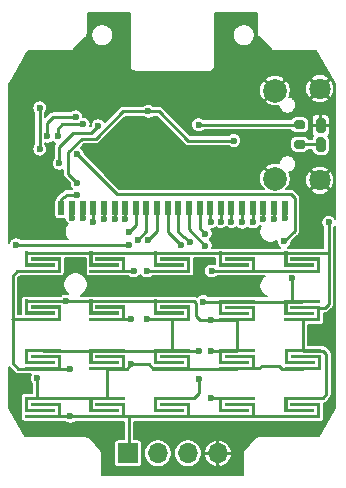
<source format=gbr>
%TF.GenerationSoftware,KiCad,Pcbnew,(5.1.9-0-10_14)*%
%TF.CreationDate,2021-09-13T12:25:13+02:00*%
%TF.ProjectId,SmartwatchPCB,536d6172-7477-4617-9463-685043422e6b,rev?*%
%TF.SameCoordinates,Original*%
%TF.FileFunction,Copper,L2,Bot*%
%TF.FilePolarity,Positive*%
%FSLAX46Y46*%
G04 Gerber Fmt 4.6, Leading zero omitted, Abs format (unit mm)*
G04 Created by KiCad (PCBNEW (5.1.9-0-10_14)) date 2021-09-13 12:25:13*
%MOMM*%
%LPD*%
G01*
G04 APERTURE LIST*
%TA.AperFunction,ComponentPad*%
%ADD10O,1.700000X1.700000*%
%TD*%
%TA.AperFunction,ComponentPad*%
%ADD11R,1.700000X1.700000*%
%TD*%
%TA.AperFunction,SMDPad,CuDef*%
%ADD12R,0.508000X1.270000*%
%TD*%
%TA.AperFunction,SMDPad,CuDef*%
%ADD13C,0.100000*%
%TD*%
%TA.AperFunction,ComponentPad*%
%ADD14C,1.800000*%
%TD*%
%TA.AperFunction,ComponentPad*%
%ADD15C,2.000000*%
%TD*%
%TA.AperFunction,ViaPad*%
%ADD16C,0.600000*%
%TD*%
%TA.AperFunction,Conductor*%
%ADD17C,0.250000*%
%TD*%
%TA.AperFunction,Conductor*%
%ADD18C,0.153000*%
%TD*%
%TA.AperFunction,Conductor*%
%ADD19C,0.100000*%
%TD*%
G04 APERTURE END LIST*
D10*
%TO.P,J3,4*%
%TO.N,GND*%
X36677600Y-54406800D03*
%TO.P,J3,3*%
%TO.N,VCC*%
X34137600Y-54406800D03*
%TO.P,J3,2*%
%TO.N,SWCLK*%
X31597600Y-54406800D03*
D11*
%TO.P,J3,1*%
%TO.N,SWDIO*%
X29057600Y-54406800D03*
%TD*%
D12*
%TO.P,U1,1*%
%TO.N,Net-(IC1-Pad31)*%
X42330300Y-33629600D03*
%TO.P,U1,2*%
%TO.N,Net-(IC1-Pad30)*%
X41430300Y-33629600D03*
%TO.P,U1,3*%
%TO.N,Net-(IC1-Pad29)*%
X40530300Y-33629600D03*
%TO.P,U1,4*%
%TO.N,Net-(IC1-Pad28)*%
X39630300Y-33629600D03*
%TO.P,U1,5*%
%TO.N,Net-(IC1-Pad27)*%
X38730300Y-33629600D03*
%TO.P,U1,6*%
%TO.N,Net-(IC1-Pad26)*%
X37830300Y-33629600D03*
%TO.P,U1,7*%
%TO.N,Net-(IC1-Pad25)*%
X36930300Y-33629600D03*
%TO.P,U1,8*%
%TO.N,Net-(IC1-Pad24)*%
X36030300Y-33629600D03*
%TO.P,U1,9*%
%TO.N,Net-(IC1-Pad23)*%
X35130300Y-33629600D03*
%TO.P,U1,10*%
%TO.N,Net-(IC1-Pad22)*%
X34230300Y-33629600D03*
%TO.P,U1,11*%
%TO.N,Net-(IC1-Pad21)*%
X33330300Y-33629600D03*
%TO.P,U1,12*%
%TO.N,Net-(IC1-Pad20)*%
X32430300Y-33629600D03*
%TO.P,U1,13*%
%TO.N,Net-(IC1-Pad16)*%
X31530300Y-33629600D03*
%TO.P,U1,14*%
%TO.N,Net-(IC1-Pad15)*%
X30630300Y-33629600D03*
%TO.P,U1,15*%
%TO.N,Net-(IC1-Pad14)*%
X29730300Y-33629600D03*
%TO.P,U1,16*%
%TO.N,Net-(IC1-Pad13)*%
X28830300Y-33629600D03*
%TO.P,U1,17*%
%TO.N,Net-(IC1-Pad12)*%
X27930300Y-33629600D03*
%TO.P,U1,18*%
%TO.N,Net-(IC1-Pad11)*%
X27030300Y-33629600D03*
%TO.P,U1,19*%
%TO.N,Net-(IC1-Pad10)*%
X26130300Y-33629600D03*
%TO.P,U1,20*%
%TO.N,Net-(IC1-Pad9)*%
X25230300Y-33629600D03*
%TO.P,U1,21*%
%TO.N,Net-(IC1-Pad8)*%
X24330300Y-33629600D03*
%TO.P,U1,22*%
%TO.N,Net-(IC1-Pad7)*%
X23430300Y-33629600D03*
%TD*%
%TA.AperFunction,SMDPad,CuDef*%
D13*
%TO.P,SW_SUB1,2*%
%TO.N,KEYPAD_3*%
G36*
X20321000Y-45821600D02*
G01*
X20320000Y-45821600D01*
X20320000Y-45567600D01*
X20321000Y-45567600D01*
X20321000Y-45566600D01*
X20584000Y-45566600D01*
X20584000Y-45567600D01*
X23368000Y-45567600D01*
X23368000Y-45821600D01*
X20584000Y-45821600D01*
X20584000Y-46574600D01*
X22860000Y-46574600D01*
X22860000Y-46838600D01*
X20321000Y-46838600D01*
X20321000Y-45821600D01*
G37*
%TD.AperFunction*%
%TA.AperFunction,SMDPad,CuDef*%
%TO.P,SW_SUB1,1*%
%TO.N,SWDIO*%
G36*
X23367000Y-47091600D02*
G01*
X23368000Y-47091600D01*
X23368000Y-47345600D01*
X23367000Y-47345600D01*
X23367000Y-47346600D01*
X23104000Y-47346600D01*
X23104000Y-47345600D01*
X20320000Y-47345600D01*
X20320000Y-47091600D01*
X23104000Y-47091600D01*
X23104000Y-46338600D01*
X20828000Y-46338600D01*
X20828000Y-46074600D01*
X23367000Y-46074600D01*
X23367000Y-47091600D01*
G37*
%TD.AperFunction*%
%TD*%
%TA.AperFunction,SMDPad,CuDef*%
%TO.P,SW_0,2*%
%TO.N,SWDIO*%
G36*
X39826200Y-51130200D02*
G01*
X39827200Y-51130200D01*
X39827200Y-51384200D01*
X39826200Y-51384200D01*
X39826200Y-51385200D01*
X39563200Y-51385200D01*
X39563200Y-51384200D01*
X36779200Y-51384200D01*
X36779200Y-51130200D01*
X39563200Y-51130200D01*
X39563200Y-50377200D01*
X37287200Y-50377200D01*
X37287200Y-50113200D01*
X39826200Y-50113200D01*
X39826200Y-51130200D01*
G37*
%TD.AperFunction*%
%TA.AperFunction,SMDPad,CuDef*%
%TO.P,SW_0,1*%
%TO.N,KEYPAD_2*%
G36*
X36780200Y-49860200D02*
G01*
X36779200Y-49860200D01*
X36779200Y-49606200D01*
X36780200Y-49606200D01*
X36780200Y-49605200D01*
X37043200Y-49605200D01*
X37043200Y-49606200D01*
X39827200Y-49606200D01*
X39827200Y-49860200D01*
X37043200Y-49860200D01*
X37043200Y-50613200D01*
X39319200Y-50613200D01*
X39319200Y-50877200D01*
X36780200Y-50877200D01*
X36780200Y-49860200D01*
G37*
%TD.AperFunction*%
%TD*%
%TA.AperFunction,SMDPad,CuDef*%
%TO.P,SW_1,2*%
%TO.N,SWCLK*%
G36*
X39826200Y-47091600D02*
G01*
X39827200Y-47091600D01*
X39827200Y-47345600D01*
X39826200Y-47345600D01*
X39826200Y-47346600D01*
X39563200Y-47346600D01*
X39563200Y-47345600D01*
X36779200Y-47345600D01*
X36779200Y-47091600D01*
X39563200Y-47091600D01*
X39563200Y-46338600D01*
X37287200Y-46338600D01*
X37287200Y-46074600D01*
X39826200Y-46074600D01*
X39826200Y-47091600D01*
G37*
%TD.AperFunction*%
%TA.AperFunction,SMDPad,CuDef*%
%TO.P,SW_1,1*%
%TO.N,KEYPAD_2*%
G36*
X36780200Y-45821600D02*
G01*
X36779200Y-45821600D01*
X36779200Y-45567600D01*
X36780200Y-45567600D01*
X36780200Y-45566600D01*
X37043200Y-45566600D01*
X37043200Y-45567600D01*
X39827200Y-45567600D01*
X39827200Y-45821600D01*
X37043200Y-45821600D01*
X37043200Y-46574600D01*
X39319200Y-46574600D01*
X39319200Y-46838600D01*
X36780200Y-46838600D01*
X36780200Y-45821600D01*
G37*
%TD.AperFunction*%
%TD*%
%TA.AperFunction,SMDPad,CuDef*%
%TO.P,SW_2,2*%
%TO.N,SWCLK*%
G36*
X34339800Y-47091600D02*
G01*
X34340800Y-47091600D01*
X34340800Y-47345600D01*
X34339800Y-47345600D01*
X34339800Y-47346600D01*
X34076800Y-47346600D01*
X34076800Y-47345600D01*
X31292800Y-47345600D01*
X31292800Y-47091600D01*
X34076800Y-47091600D01*
X34076800Y-46338600D01*
X31800800Y-46338600D01*
X31800800Y-46074600D01*
X34339800Y-46074600D01*
X34339800Y-47091600D01*
G37*
%TD.AperFunction*%
%TA.AperFunction,SMDPad,CuDef*%
%TO.P,SW_2,1*%
%TO.N,KEYPAD_3*%
G36*
X31293800Y-45821600D02*
G01*
X31292800Y-45821600D01*
X31292800Y-45567600D01*
X31293800Y-45567600D01*
X31293800Y-45566600D01*
X31556800Y-45566600D01*
X31556800Y-45567600D01*
X34340800Y-45567600D01*
X34340800Y-45821600D01*
X31556800Y-45821600D01*
X31556800Y-46574600D01*
X33832800Y-46574600D01*
X33832800Y-46838600D01*
X31293800Y-46838600D01*
X31293800Y-45821600D01*
G37*
%TD.AperFunction*%
%TD*%
%TA.AperFunction,SMDPad,CuDef*%
%TO.P,SW_3,2*%
%TO.N,KEYPAD_3*%
G36*
X25807400Y-45821600D02*
G01*
X25806400Y-45821600D01*
X25806400Y-45567600D01*
X25807400Y-45567600D01*
X25807400Y-45566600D01*
X26070400Y-45566600D01*
X26070400Y-45567600D01*
X28854400Y-45567600D01*
X28854400Y-45821600D01*
X26070400Y-45821600D01*
X26070400Y-46574600D01*
X28346400Y-46574600D01*
X28346400Y-46838600D01*
X25807400Y-46838600D01*
X25807400Y-45821600D01*
G37*
%TD.AperFunction*%
%TA.AperFunction,SMDPad,CuDef*%
%TO.P,SW_3,1*%
%TO.N,SWCLK*%
G36*
X28853400Y-47091600D02*
G01*
X28854400Y-47091600D01*
X28854400Y-47345600D01*
X28853400Y-47345600D01*
X28853400Y-47346600D01*
X28590400Y-47346600D01*
X28590400Y-47345600D01*
X25806400Y-47345600D01*
X25806400Y-47091600D01*
X28590400Y-47091600D01*
X28590400Y-46338600D01*
X26314400Y-46338600D01*
X26314400Y-46074600D01*
X28853400Y-46074600D01*
X28853400Y-47091600D01*
G37*
%TD.AperFunction*%
%TD*%
%TA.AperFunction,SMDPad,CuDef*%
%TO.P,SW_4,2*%
%TO.N,KEYPAD_3*%
G36*
X36780200Y-41681400D02*
G01*
X36779200Y-41681400D01*
X36779200Y-41427400D01*
X36780200Y-41427400D01*
X36780200Y-41426400D01*
X37043200Y-41426400D01*
X37043200Y-41427400D01*
X39827200Y-41427400D01*
X39827200Y-41681400D01*
X37043200Y-41681400D01*
X37043200Y-42434400D01*
X39319200Y-42434400D01*
X39319200Y-42698400D01*
X36780200Y-42698400D01*
X36780200Y-41681400D01*
G37*
%TD.AperFunction*%
%TA.AperFunction,SMDPad,CuDef*%
%TO.P,SW_4,1*%
%TO.N,KEYPAD_2*%
G36*
X39826200Y-42951400D02*
G01*
X39827200Y-42951400D01*
X39827200Y-43205400D01*
X39826200Y-43205400D01*
X39826200Y-43206400D01*
X39563200Y-43206400D01*
X39563200Y-43205400D01*
X36779200Y-43205400D01*
X36779200Y-42951400D01*
X39563200Y-42951400D01*
X39563200Y-42198400D01*
X37287200Y-42198400D01*
X37287200Y-41934400D01*
X39826200Y-41934400D01*
X39826200Y-42951400D01*
G37*
%TD.AperFunction*%
%TD*%
%TA.AperFunction,SMDPad,CuDef*%
%TO.P,SW_5,2*%
%TO.N,KEYPAD_2*%
G36*
X31293800Y-41630600D02*
G01*
X31292800Y-41630600D01*
X31292800Y-41376600D01*
X31293800Y-41376600D01*
X31293800Y-41375600D01*
X31556800Y-41375600D01*
X31556800Y-41376600D01*
X34340800Y-41376600D01*
X34340800Y-41630600D01*
X31556800Y-41630600D01*
X31556800Y-42383600D01*
X33832800Y-42383600D01*
X33832800Y-42647600D01*
X31293800Y-42647600D01*
X31293800Y-41630600D01*
G37*
%TD.AperFunction*%
%TA.AperFunction,SMDPad,CuDef*%
%TO.P,SW_5,1*%
%TO.N,KEYPAD_3*%
G36*
X34339800Y-42900600D02*
G01*
X34340800Y-42900600D01*
X34340800Y-43154600D01*
X34339800Y-43154600D01*
X34339800Y-43155600D01*
X34076800Y-43155600D01*
X34076800Y-43154600D01*
X31292800Y-43154600D01*
X31292800Y-42900600D01*
X34076800Y-42900600D01*
X34076800Y-42147600D01*
X31800800Y-42147600D01*
X31800800Y-41883600D01*
X34339800Y-41883600D01*
X34339800Y-42900600D01*
G37*
%TD.AperFunction*%
%TD*%
%TA.AperFunction,SMDPad,CuDef*%
%TO.P,SW_7,2*%
%TO.N,KEYPAD_1*%
G36*
X36780200Y-37566600D02*
G01*
X36779200Y-37566600D01*
X36779200Y-37312600D01*
X36780200Y-37312600D01*
X36780200Y-37311600D01*
X37043200Y-37311600D01*
X37043200Y-37312600D01*
X39827200Y-37312600D01*
X39827200Y-37566600D01*
X37043200Y-37566600D01*
X37043200Y-38319600D01*
X39319200Y-38319600D01*
X39319200Y-38583600D01*
X36780200Y-38583600D01*
X36780200Y-37566600D01*
G37*
%TD.AperFunction*%
%TA.AperFunction,SMDPad,CuDef*%
%TO.P,SW_7,1*%
%TO.N,KEYPAD_2*%
G36*
X39826200Y-38836600D02*
G01*
X39827200Y-38836600D01*
X39827200Y-39090600D01*
X39826200Y-39090600D01*
X39826200Y-39091600D01*
X39563200Y-39091600D01*
X39563200Y-39090600D01*
X36779200Y-39090600D01*
X36779200Y-38836600D01*
X39563200Y-38836600D01*
X39563200Y-38083600D01*
X37287200Y-38083600D01*
X37287200Y-37819600D01*
X39826200Y-37819600D01*
X39826200Y-38836600D01*
G37*
%TD.AperFunction*%
%TD*%
%TA.AperFunction,SMDPad,CuDef*%
%TO.P,SW_8,2*%
%TO.N,KEYPAD_1*%
G36*
X31293800Y-37566600D02*
G01*
X31292800Y-37566600D01*
X31292800Y-37312600D01*
X31293800Y-37312600D01*
X31293800Y-37311600D01*
X31556800Y-37311600D01*
X31556800Y-37312600D01*
X34340800Y-37312600D01*
X34340800Y-37566600D01*
X31556800Y-37566600D01*
X31556800Y-38319600D01*
X33832800Y-38319600D01*
X33832800Y-38583600D01*
X31293800Y-38583600D01*
X31293800Y-37566600D01*
G37*
%TD.AperFunction*%
%TA.AperFunction,SMDPad,CuDef*%
%TO.P,SW_8,1*%
%TO.N,KEYPAD_3*%
G36*
X34339800Y-38836600D02*
G01*
X34340800Y-38836600D01*
X34340800Y-39090600D01*
X34339800Y-39090600D01*
X34339800Y-39091600D01*
X34076800Y-39091600D01*
X34076800Y-39090600D01*
X31292800Y-39090600D01*
X31292800Y-38836600D01*
X34076800Y-38836600D01*
X34076800Y-38083600D01*
X31800800Y-38083600D01*
X31800800Y-37819600D01*
X34339800Y-37819600D01*
X34339800Y-38836600D01*
G37*
%TD.AperFunction*%
%TD*%
%TA.AperFunction,SMDPad,CuDef*%
%TO.P,SW_9,2*%
%TO.N,KEYPAD_1*%
G36*
X25807400Y-37566600D02*
G01*
X25806400Y-37566600D01*
X25806400Y-37312600D01*
X25807400Y-37312600D01*
X25807400Y-37311600D01*
X26070400Y-37311600D01*
X26070400Y-37312600D01*
X28854400Y-37312600D01*
X28854400Y-37566600D01*
X26070400Y-37566600D01*
X26070400Y-38319600D01*
X28346400Y-38319600D01*
X28346400Y-38583600D01*
X25807400Y-38583600D01*
X25807400Y-37566600D01*
G37*
%TD.AperFunction*%
%TA.AperFunction,SMDPad,CuDef*%
%TO.P,SW_9,1*%
%TO.N,SWCLK*%
G36*
X28853400Y-38836600D02*
G01*
X28854400Y-38836600D01*
X28854400Y-39090600D01*
X28853400Y-39090600D01*
X28853400Y-39091600D01*
X28590400Y-39091600D01*
X28590400Y-39090600D01*
X25806400Y-39090600D01*
X25806400Y-38836600D01*
X28590400Y-38836600D01*
X28590400Y-38083600D01*
X26314400Y-38083600D01*
X26314400Y-37819600D01*
X28853400Y-37819600D01*
X28853400Y-38836600D01*
G37*
%TD.AperFunction*%
%TD*%
%TA.AperFunction,SMDPad,CuDef*%
%TO.P,SW_ADD1,2*%
%TO.N,SWCLK*%
G36*
X20321000Y-49860200D02*
G01*
X20320000Y-49860200D01*
X20320000Y-49606200D01*
X20321000Y-49606200D01*
X20321000Y-49605200D01*
X20584000Y-49605200D01*
X20584000Y-49606200D01*
X23368000Y-49606200D01*
X23368000Y-49860200D01*
X20584000Y-49860200D01*
X20584000Y-50613200D01*
X22860000Y-50613200D01*
X22860000Y-50877200D01*
X20321000Y-50877200D01*
X20321000Y-49860200D01*
G37*
%TD.AperFunction*%
%TA.AperFunction,SMDPad,CuDef*%
%TO.P,SW_ADD1,1*%
%TO.N,SWDIO*%
G36*
X23367000Y-51130200D02*
G01*
X23368000Y-51130200D01*
X23368000Y-51384200D01*
X23367000Y-51384200D01*
X23367000Y-51385200D01*
X23104000Y-51385200D01*
X23104000Y-51384200D01*
X20320000Y-51384200D01*
X20320000Y-51130200D01*
X23104000Y-51130200D01*
X23104000Y-50377200D01*
X20828000Y-50377200D01*
X20828000Y-50113200D01*
X23367000Y-50113200D01*
X23367000Y-51130200D01*
G37*
%TD.AperFunction*%
%TD*%
%TA.AperFunction,SMDPad,CuDef*%
%TO.P,SW_DIV1,2*%
%TO.N,KEYPAD_1*%
G36*
X20321000Y-37566600D02*
G01*
X20320000Y-37566600D01*
X20320000Y-37312600D01*
X20321000Y-37312600D01*
X20321000Y-37311600D01*
X20584000Y-37311600D01*
X20584000Y-37312600D01*
X23368000Y-37312600D01*
X23368000Y-37566600D01*
X20584000Y-37566600D01*
X20584000Y-38319600D01*
X22860000Y-38319600D01*
X22860000Y-38583600D01*
X20321000Y-38583600D01*
X20321000Y-37566600D01*
G37*
%TD.AperFunction*%
%TA.AperFunction,SMDPad,CuDef*%
%TO.P,SW_DIV1,1*%
%TO.N,SWDIO*%
G36*
X23367000Y-38836600D02*
G01*
X23368000Y-38836600D01*
X23368000Y-39090600D01*
X23367000Y-39090600D01*
X23367000Y-39091600D01*
X23104000Y-39091600D01*
X23104000Y-39090600D01*
X20320000Y-39090600D01*
X20320000Y-38836600D01*
X23104000Y-38836600D01*
X23104000Y-38083600D01*
X20828000Y-38083600D01*
X20828000Y-37819600D01*
X23367000Y-37819600D01*
X23367000Y-38836600D01*
G37*
%TD.AperFunction*%
%TD*%
%TA.AperFunction,SMDPad,CuDef*%
%TO.P,SW_DOT1,2*%
%TO.N,SWDIO*%
G36*
X34339800Y-51130200D02*
G01*
X34340800Y-51130200D01*
X34340800Y-51384200D01*
X34339800Y-51384200D01*
X34339800Y-51385200D01*
X34076800Y-51385200D01*
X34076800Y-51384200D01*
X31292800Y-51384200D01*
X31292800Y-51130200D01*
X34076800Y-51130200D01*
X34076800Y-50377200D01*
X31800800Y-50377200D01*
X31800800Y-50113200D01*
X34339800Y-50113200D01*
X34339800Y-51130200D01*
G37*
%TD.AperFunction*%
%TA.AperFunction,SMDPad,CuDef*%
%TO.P,SW_DOT1,1*%
%TO.N,KEYPAD_3*%
G36*
X31293800Y-49860200D02*
G01*
X31292800Y-49860200D01*
X31292800Y-49606200D01*
X31293800Y-49606200D01*
X31293800Y-49605200D01*
X31556800Y-49605200D01*
X31556800Y-49606200D01*
X34340800Y-49606200D01*
X34340800Y-49860200D01*
X31556800Y-49860200D01*
X31556800Y-50613200D01*
X33832800Y-50613200D01*
X33832800Y-50877200D01*
X31293800Y-50877200D01*
X31293800Y-49860200D01*
G37*
%TD.AperFunction*%
%TD*%
%TA.AperFunction,SMDPad,CuDef*%
%TO.P,SW_EQ1,2*%
%TO.N,SWDIO*%
G36*
X28853400Y-51130200D02*
G01*
X28854400Y-51130200D01*
X28854400Y-51384200D01*
X28853400Y-51384200D01*
X28853400Y-51385200D01*
X28590400Y-51385200D01*
X28590400Y-51384200D01*
X25806400Y-51384200D01*
X25806400Y-51130200D01*
X28590400Y-51130200D01*
X28590400Y-50377200D01*
X26314400Y-50377200D01*
X26314400Y-50113200D01*
X28853400Y-50113200D01*
X28853400Y-51130200D01*
G37*
%TD.AperFunction*%
%TA.AperFunction,SMDPad,CuDef*%
%TO.P,SW_EQ1,1*%
%TO.N,SWCLK*%
G36*
X25807400Y-49860200D02*
G01*
X25806400Y-49860200D01*
X25806400Y-49606200D01*
X25807400Y-49606200D01*
X25807400Y-49605200D01*
X26070400Y-49605200D01*
X26070400Y-49606200D01*
X28854400Y-49606200D01*
X28854400Y-49860200D01*
X26070400Y-49860200D01*
X26070400Y-50613200D01*
X28346400Y-50613200D01*
X28346400Y-50877200D01*
X25807400Y-50877200D01*
X25807400Y-49860200D01*
G37*
%TD.AperFunction*%
%TD*%
%TA.AperFunction,SMDPad,CuDef*%
%TO.P,SW_M1,2*%
%TO.N,KEYPAD_3*%
G36*
X42317400Y-41681400D02*
G01*
X42316400Y-41681400D01*
X42316400Y-41427400D01*
X42317400Y-41427400D01*
X42317400Y-41426400D01*
X42580400Y-41426400D01*
X42580400Y-41427400D01*
X45364400Y-41427400D01*
X45364400Y-41681400D01*
X42580400Y-41681400D01*
X42580400Y-42434400D01*
X44856400Y-42434400D01*
X44856400Y-42698400D01*
X42317400Y-42698400D01*
X42317400Y-41681400D01*
G37*
%TD.AperFunction*%
%TA.AperFunction,SMDPad,CuDef*%
%TO.P,SW_M1,1*%
%TO.N,KEYPAD_1*%
G36*
X45363400Y-42951400D02*
G01*
X45364400Y-42951400D01*
X45364400Y-43205400D01*
X45363400Y-43205400D01*
X45363400Y-43206400D01*
X45100400Y-43206400D01*
X45100400Y-43205400D01*
X42316400Y-43205400D01*
X42316400Y-42951400D01*
X45100400Y-42951400D01*
X45100400Y-42198400D01*
X42824400Y-42198400D01*
X42824400Y-41934400D01*
X45363400Y-41934400D01*
X45363400Y-42951400D01*
G37*
%TD.AperFunction*%
%TD*%
%TA.AperFunction,SMDPad,CuDef*%
%TO.P,SW_MUL1,2*%
%TO.N,KEYPAD_2*%
G36*
X20321000Y-41630600D02*
G01*
X20320000Y-41630600D01*
X20320000Y-41376600D01*
X20321000Y-41376600D01*
X20321000Y-41375600D01*
X20584000Y-41375600D01*
X20584000Y-41376600D01*
X23368000Y-41376600D01*
X23368000Y-41630600D01*
X20584000Y-41630600D01*
X20584000Y-42383600D01*
X22860000Y-42383600D01*
X22860000Y-42647600D01*
X20321000Y-42647600D01*
X20321000Y-41630600D01*
G37*
%TD.AperFunction*%
%TA.AperFunction,SMDPad,CuDef*%
%TO.P,SW_MUL1,1*%
%TO.N,SWDIO*%
G36*
X23367000Y-42900600D02*
G01*
X23368000Y-42900600D01*
X23368000Y-43154600D01*
X23367000Y-43154600D01*
X23367000Y-43155600D01*
X23104000Y-43155600D01*
X23104000Y-43154600D01*
X20320000Y-43154600D01*
X20320000Y-42900600D01*
X23104000Y-42900600D01*
X23104000Y-42147600D01*
X20828000Y-42147600D01*
X20828000Y-41883600D01*
X23367000Y-41883600D01*
X23367000Y-42900600D01*
G37*
%TD.AperFunction*%
%TD*%
%TA.AperFunction,SMDPad,CuDef*%
%TO.P,SW_ON1,2*%
%TO.N,SWDIO*%
G36*
X45363400Y-51130200D02*
G01*
X45364400Y-51130200D01*
X45364400Y-51384200D01*
X45363400Y-51384200D01*
X45363400Y-51385200D01*
X45100400Y-51385200D01*
X45100400Y-51384200D01*
X42316400Y-51384200D01*
X42316400Y-51130200D01*
X45100400Y-51130200D01*
X45100400Y-50377200D01*
X42824400Y-50377200D01*
X42824400Y-50113200D01*
X45363400Y-50113200D01*
X45363400Y-51130200D01*
G37*
%TD.AperFunction*%
%TA.AperFunction,SMDPad,CuDef*%
%TO.P,SW_ON1,1*%
%TO.N,KEYPAD_1*%
G36*
X42317400Y-49860200D02*
G01*
X42316400Y-49860200D01*
X42316400Y-49606200D01*
X42317400Y-49606200D01*
X42317400Y-49605200D01*
X42580400Y-49605200D01*
X42580400Y-49606200D01*
X45364400Y-49606200D01*
X45364400Y-49860200D01*
X42580400Y-49860200D01*
X42580400Y-50613200D01*
X44856400Y-50613200D01*
X44856400Y-50877200D01*
X42317400Y-50877200D01*
X42317400Y-49860200D01*
G37*
%TD.AperFunction*%
%TD*%
%TA.AperFunction,SMDPad,CuDef*%
%TO.P,SW_S1,2*%
%TO.N,KEYPAD_2*%
G36*
X45363400Y-38836600D02*
G01*
X45364400Y-38836600D01*
X45364400Y-39090600D01*
X45363400Y-39090600D01*
X45363400Y-39091600D01*
X45100400Y-39091600D01*
X45100400Y-39090600D01*
X42316400Y-39090600D01*
X42316400Y-38836600D01*
X45100400Y-38836600D01*
X45100400Y-38083600D01*
X42824400Y-38083600D01*
X42824400Y-37819600D01*
X45363400Y-37819600D01*
X45363400Y-38836600D01*
G37*
%TD.AperFunction*%
%TA.AperFunction,SMDPad,CuDef*%
%TO.P,SW_S1,1*%
%TO.N,KEYPAD_1*%
G36*
X42317400Y-37566600D02*
G01*
X42316400Y-37566600D01*
X42316400Y-37312600D01*
X42317400Y-37312600D01*
X42317400Y-37311600D01*
X42580400Y-37311600D01*
X42580400Y-37312600D01*
X45364400Y-37312600D01*
X45364400Y-37566600D01*
X42580400Y-37566600D01*
X42580400Y-38319600D01*
X44856400Y-38319600D01*
X44856400Y-38583600D01*
X42317400Y-38583600D01*
X42317400Y-37566600D01*
G37*
%TD.AperFunction*%
%TD*%
%TA.AperFunction,SMDPad,CuDef*%
%TO.P,SW_SQRT1,2*%
%TO.N,SWCLK*%
G36*
X45388800Y-47091600D02*
G01*
X45389800Y-47091600D01*
X45389800Y-47345600D01*
X45388800Y-47345600D01*
X45388800Y-47346600D01*
X45125800Y-47346600D01*
X45125800Y-47345600D01*
X42341800Y-47345600D01*
X42341800Y-47091600D01*
X45125800Y-47091600D01*
X45125800Y-46338600D01*
X42849800Y-46338600D01*
X42849800Y-46074600D01*
X45388800Y-46074600D01*
X45388800Y-47091600D01*
G37*
%TD.AperFunction*%
%TA.AperFunction,SMDPad,CuDef*%
%TO.P,SW_SQRT1,1*%
%TO.N,KEYPAD_1*%
G36*
X42342800Y-45821600D02*
G01*
X42341800Y-45821600D01*
X42341800Y-45567600D01*
X42342800Y-45567600D01*
X42342800Y-45566600D01*
X42605800Y-45566600D01*
X42605800Y-45567600D01*
X45389800Y-45567600D01*
X45389800Y-45821600D01*
X42605800Y-45821600D01*
X42605800Y-46574600D01*
X44881800Y-46574600D01*
X44881800Y-46838600D01*
X42342800Y-46838600D01*
X42342800Y-45821600D01*
G37*
%TD.AperFunction*%
%TD*%
%TA.AperFunction,SMDPad,CuDef*%
%TO.P,SW_6,2*%
%TO.N,KEYPAD_2*%
G36*
X25807400Y-41630600D02*
G01*
X25806400Y-41630600D01*
X25806400Y-41376600D01*
X25807400Y-41376600D01*
X25807400Y-41375600D01*
X26070400Y-41375600D01*
X26070400Y-41376600D01*
X28854400Y-41376600D01*
X28854400Y-41630600D01*
X26070400Y-41630600D01*
X26070400Y-42383600D01*
X28346400Y-42383600D01*
X28346400Y-42647600D01*
X25807400Y-42647600D01*
X25807400Y-41630600D01*
G37*
%TD.AperFunction*%
%TA.AperFunction,SMDPad,CuDef*%
%TO.P,SW_6,1*%
%TO.N,SWCLK*%
G36*
X28853400Y-42900600D02*
G01*
X28854400Y-42900600D01*
X28854400Y-43154600D01*
X28853400Y-43154600D01*
X28853400Y-43155600D01*
X28590400Y-43155600D01*
X28590400Y-43154600D01*
X25806400Y-43154600D01*
X25806400Y-42900600D01*
X28590400Y-42900600D01*
X28590400Y-42147600D01*
X26314400Y-42147600D01*
X26314400Y-41883600D01*
X28853400Y-41883600D01*
X28853400Y-42900600D01*
G37*
%TD.AperFunction*%
%TD*%
D14*
%TO.P,J1,6*%
%TO.N,GND*%
X45307800Y-23531600D03*
X45307800Y-31281600D03*
D15*
X41507800Y-23681600D03*
X41507800Y-31131600D03*
%TD*%
%TO.P,R1,2*%
%TO.N,Net-(D1-Pad2)*%
%TA.AperFunction,SMDPad,CuDef*%
G36*
G01*
X43336800Y-27831600D02*
X43886800Y-27831600D01*
G75*
G02*
X44086800Y-28031600I0J-200000D01*
G01*
X44086800Y-28431600D01*
G75*
G02*
X43886800Y-28631600I-200000J0D01*
G01*
X43336800Y-28631600D01*
G75*
G02*
X43136800Y-28431600I0J200000D01*
G01*
X43136800Y-28031600D01*
G75*
G02*
X43336800Y-27831600I200000J0D01*
G01*
G37*
%TD.AperFunction*%
%TO.P,R1,1*%
%TO.N,LEDbacklight*%
%TA.AperFunction,SMDPad,CuDef*%
G36*
G01*
X43336800Y-26181600D02*
X43886800Y-26181600D01*
G75*
G02*
X44086800Y-26381600I0J-200000D01*
G01*
X44086800Y-26781600D01*
G75*
G02*
X43886800Y-26981600I-200000J0D01*
G01*
X43336800Y-26981600D01*
G75*
G02*
X43136800Y-26781600I0J200000D01*
G01*
X43136800Y-26381600D01*
G75*
G02*
X43336800Y-26181600I200000J0D01*
G01*
G37*
%TD.AperFunction*%
%TD*%
%TO.P,D1,2*%
%TO.N,Net-(D1-Pad2)*%
%TA.AperFunction,SMDPad,CuDef*%
G36*
G01*
X45177300Y-27657100D02*
X45602300Y-27657100D01*
G75*
G02*
X45814800Y-27869600I0J-212500D01*
G01*
X45814800Y-28669600D01*
G75*
G02*
X45602300Y-28882100I-212500J0D01*
G01*
X45177300Y-28882100D01*
G75*
G02*
X44964800Y-28669600I0J212500D01*
G01*
X44964800Y-27869600D01*
G75*
G02*
X45177300Y-27657100I212500J0D01*
G01*
G37*
%TD.AperFunction*%
%TO.P,D1,1*%
%TO.N,GND*%
%TA.AperFunction,SMDPad,CuDef*%
G36*
G01*
X45177300Y-26032100D02*
X45602300Y-26032100D01*
G75*
G02*
X45814800Y-26244600I0J-212500D01*
G01*
X45814800Y-27044600D01*
G75*
G02*
X45602300Y-27257100I-212500J0D01*
G01*
X45177300Y-27257100D01*
G75*
G02*
X44964800Y-27044600I0J212500D01*
G01*
X44964800Y-26244600D01*
G75*
G02*
X45177300Y-26032100I212500J0D01*
G01*
G37*
%TD.AperFunction*%
%TD*%
D16*
%TO.N,Net-(IC1-Pad31)*%
X42330300Y-34493200D03*
%TO.N,Net-(IC1-Pad30)*%
X41452800Y-34544000D03*
%TO.N,Net-(IC1-Pad29)*%
X40538400Y-34594800D03*
%TO.N,Net-(IC1-Pad28)*%
X39630300Y-34817100D03*
%TO.N,Net-(IC1-Pad27)*%
X38730300Y-34828100D03*
%TO.N,Net-(IC1-Pad26)*%
X37830300Y-34772600D03*
%TO.N,Net-(IC1-Pad25)*%
X36918803Y-34772600D03*
%TO.N,Net-(IC1-Pad24)*%
X36118800Y-34772600D03*
%TO.N,Net-(IC1-Pad23)*%
X35610800Y-35788600D03*
%TO.N,Net-(IC1-Pad22)*%
X35610800Y-36804600D03*
%TO.N,Net-(IC1-Pad21)*%
X34340800Y-36487100D03*
%TO.N,Net-(IC1-Pad20)*%
X33578800Y-36741100D03*
%TO.N,Net-(IC1-Pad16)*%
X30784800Y-36296600D03*
%TO.N,Net-(IC1-Pad15)*%
X29895800Y-36296600D03*
%TO.N,Net-(IC1-Pad14)*%
X29133800Y-35661600D03*
%TO.N,Net-(IC1-Pad13)*%
X28830300Y-34596100D03*
%TO.N,Net-(IC1-Pad12)*%
X27930300Y-34579100D03*
%TO.N,Net-(IC1-Pad11)*%
X27030300Y-34590100D03*
%TO.N,Net-(IC1-Pad10)*%
X26085800Y-34772600D03*
%TO.N,Net-(IC1-Pad9)*%
X25230300Y-34510500D03*
%TO.N,Net-(IC1-Pad8)*%
X24330300Y-34445300D03*
%TO.N,Net-(IC1-Pad7)*%
X24752300Y-32486600D03*
%TO.N,GND*%
X33909000Y-31750000D03*
X30988000Y-31750000D03*
X32512000Y-31115000D03*
X33909000Y-30226000D03*
X30988000Y-30226000D03*
X30175200Y-23012400D03*
X20243800Y-34582100D03*
X20243800Y-31026100D03*
X20243800Y-32169100D03*
X39166800Y-27533600D03*
X26289000Y-40182800D03*
X34848800Y-40106600D03*
X37084000Y-40513000D03*
X39497000Y-40005000D03*
X28397200Y-24434800D03*
X20243800Y-33312100D03*
X38735000Y-35687000D03*
X44399200Y-35509200D03*
X43891200Y-35001200D03*
X26212800Y-22301200D03*
X21234400Y-23977600D03*
X23266400Y-24257000D03*
X27482800Y-40182800D03*
X23876000Y-31750000D03*
%TO.N,VCC*%
X30784800Y-25438100D03*
X24752300Y-31534100D03*
X38023800Y-27914600D03*
X19608800Y-36741100D03*
X29159200Y-36728400D03*
%TO.N,SCL*%
X25273000Y-26543000D03*
X23114000Y-27559000D03*
%TO.N,SDA*%
X26543000Y-26670000D03*
X23241000Y-29845000D03*
%TO.N,SWDIO*%
X24155400Y-51257200D03*
X24155400Y-47218600D03*
X24638000Y-25908000D03*
X22225000Y-27559000D03*
%TO.N,SWCLK*%
X29540200Y-38963600D03*
X21386800Y-48044100D03*
X29362400Y-43027600D03*
X29362400Y-46837600D03*
X21590000Y-25146000D03*
X21590000Y-28651835D03*
%TO.N,KEYPAD_3*%
X35087399Y-45704599D03*
X30657800Y-38963600D03*
X30657800Y-43027600D03*
X35433000Y-41554400D03*
X42955301Y-39594699D03*
X35087399Y-48123001D03*
%TO.N,KEYPAD_2*%
X36118800Y-49733200D03*
X36118800Y-45694600D03*
X36144200Y-38963600D03*
X36118800Y-43078400D03*
X23799800Y-41503600D03*
%TO.N,KEYPAD_1*%
X46075600Y-34848800D03*
%TO.N,LEDbacklight*%
X35039300Y-26581100D03*
%TO.N,Net-(IC1-Pad3)*%
X24765000Y-29083000D03*
X42291000Y-36449000D03*
%TD*%
D17*
%TO.N,Net-(IC1-Pad31)*%
X42330300Y-33629600D02*
X42330300Y-34493200D01*
%TO.N,Net-(IC1-Pad30)*%
X41430300Y-33629600D02*
X41452800Y-34544000D01*
%TO.N,Net-(IC1-Pad29)*%
X40530300Y-33629600D02*
X40538400Y-34594800D01*
%TO.N,Net-(IC1-Pad28)*%
X39630300Y-33629600D02*
X39630300Y-34817100D01*
%TO.N,Net-(IC1-Pad27)*%
X38730300Y-33629600D02*
X38730300Y-34828100D01*
%TO.N,Net-(IC1-Pad26)*%
X37830300Y-33629600D02*
X37830300Y-34772600D01*
%TO.N,Net-(IC1-Pad25)*%
X36930300Y-34761103D02*
X36918803Y-34772600D01*
X36930300Y-33629600D02*
X36930300Y-34761103D01*
%TO.N,Net-(IC1-Pad24)*%
X36030300Y-33629600D02*
X36030300Y-34684100D01*
X36030300Y-34684100D02*
X36118800Y-34772600D01*
%TO.N,Net-(IC1-Pad23)*%
X35130300Y-35280600D02*
X35130300Y-33629600D01*
X35610800Y-35788600D02*
X35130300Y-35280600D01*
%TO.N,Net-(IC1-Pad22)*%
X34230300Y-35441006D02*
X34230300Y-33629600D01*
X35610800Y-36804600D02*
X34230300Y-35441006D01*
%TO.N,Net-(IC1-Pad21)*%
X33330045Y-35670458D02*
X33330300Y-33629600D01*
X34340800Y-36487100D02*
X33330045Y-35670458D01*
%TO.N,Net-(IC1-Pad20)*%
X32430300Y-35656100D02*
X32430300Y-33629600D01*
X33578800Y-36741100D02*
X32430300Y-35656100D01*
%TO.N,Net-(IC1-Pad16)*%
X31530300Y-35551100D02*
X30784800Y-36296600D01*
X31530300Y-33629600D02*
X31530300Y-35551100D01*
%TO.N,Net-(IC1-Pad15)*%
X30630300Y-33629600D02*
X30630300Y-35562100D01*
X30630300Y-35562100D02*
X29895800Y-36296600D01*
%TO.N,Net-(IC1-Pad14)*%
X29730300Y-33629600D02*
X29730300Y-35065100D01*
X29730300Y-35065100D02*
X29387800Y-35407600D01*
X29387800Y-35407600D02*
X29133800Y-35661600D01*
%TO.N,Net-(IC1-Pad13)*%
X28830300Y-33629600D02*
X28830300Y-34596100D01*
%TO.N,Net-(IC1-Pad12)*%
X27930300Y-33629600D02*
X27930300Y-34579100D01*
%TO.N,Net-(IC1-Pad11)*%
X27030300Y-33629600D02*
X27030300Y-34590100D01*
%TO.N,Net-(IC1-Pad10)*%
X26130300Y-34728100D02*
X26085800Y-34772600D01*
X26130300Y-33629600D02*
X26130300Y-34728100D01*
%TO.N,Net-(IC1-Pad9)*%
X25230300Y-33629600D02*
X25230300Y-34510500D01*
%TO.N,Net-(IC1-Pad8)*%
X24330300Y-33629600D02*
X24330300Y-34445300D01*
%TO.N,Net-(IC1-Pad7)*%
X23418800Y-32867600D02*
X23418800Y-33629600D01*
X24752300Y-32486600D02*
X23863300Y-32486600D01*
X23863300Y-32486600D02*
X23418800Y-32867600D01*
%TO.N,VCC*%
X38023800Y-27914600D02*
X34150300Y-27914600D01*
X31673800Y-25438100D02*
X30784800Y-25438100D01*
X34150300Y-27914600D02*
X31673800Y-25438100D01*
X29146500Y-36741100D02*
X29159200Y-36728400D01*
X19608800Y-36741100D02*
X29146500Y-36741100D01*
X28663900Y-25438100D02*
X30784800Y-25438100D01*
X26346990Y-27755010D02*
X28663900Y-25438100D01*
X25167988Y-27755010D02*
X26346990Y-27755010D01*
X24003000Y-28919998D02*
X25167988Y-27755010D01*
X24003000Y-30784800D02*
X24003000Y-28919998D01*
X24752300Y-31534100D02*
X24003000Y-30784800D01*
%TO.N,Net-(D1-Pad2)*%
X43611800Y-28231600D02*
X45325800Y-28231600D01*
X45325800Y-28231600D02*
X45389800Y-28295600D01*
X45389800Y-28295600D02*
X45453300Y-28295600D01*
%TO.N,SCL*%
X23114000Y-27559000D02*
X23114000Y-26924000D01*
X23495000Y-26543000D02*
X25273000Y-26543000D01*
X23114000Y-26924000D02*
X23495000Y-26543000D01*
%TO.N,SDA*%
X25908000Y-27305000D02*
X26543000Y-26670000D01*
X23241000Y-28448000D02*
X24384000Y-27305000D01*
X24384000Y-27305000D02*
X25908000Y-27305000D01*
X23241000Y-29845000D02*
X23241000Y-28448000D01*
%TO.N,SWDIO*%
X21844000Y-51257200D02*
X24155400Y-51257200D01*
X27330400Y-51257200D02*
X27508200Y-51257200D01*
X24155400Y-51257200D02*
X27330400Y-51257200D01*
X21844000Y-47218600D02*
X24155400Y-47218600D01*
X19291300Y-43408600D02*
X19291300Y-46774100D01*
X19291300Y-46774100D02*
X19735800Y-47218600D01*
X19735800Y-47218600D02*
X21767800Y-47218600D01*
X21844000Y-38963600D02*
X19710400Y-38963600D01*
X19291300Y-39382700D02*
X19291300Y-43408600D01*
X19710400Y-38963600D02*
X19291300Y-39382700D01*
X19672300Y-43027600D02*
X19253200Y-43027600D01*
X21844000Y-43027600D02*
X19672300Y-43027600D01*
X29159200Y-51257200D02*
X29159200Y-54559200D01*
X27508200Y-51257200D02*
X29159200Y-51257200D01*
X29159200Y-51257200D02*
X43840400Y-51257200D01*
X29159200Y-54559200D02*
X29006800Y-54711600D01*
X24638000Y-25908000D02*
X22733000Y-25908000D01*
X22225000Y-26416000D02*
X22225000Y-27559000D01*
X22733000Y-25908000D02*
X22225000Y-26416000D01*
%TO.N,SWCLK*%
X21844000Y-49733200D02*
X27330400Y-49733200D01*
X27330400Y-49733200D02*
X27330400Y-47218600D01*
X27330400Y-38963600D02*
X29540200Y-38963600D01*
X21386800Y-48044100D02*
X21386800Y-49631600D01*
X32816800Y-47218600D02*
X38277800Y-47218600D01*
X40132000Y-47193200D02*
X39370000Y-47193200D01*
X42087800Y-47218600D02*
X41859200Y-46990000D01*
X40386000Y-46990000D02*
X40132000Y-47193200D01*
X41859200Y-46990000D02*
X40386000Y-46990000D01*
X43865800Y-47218600D02*
X42087800Y-47218600D01*
X27330400Y-43027600D02*
X29362400Y-43027600D01*
X28981400Y-47218600D02*
X29362400Y-46837600D01*
X27330400Y-47218600D02*
X28981400Y-47218600D01*
X30833164Y-46837600D02*
X29362400Y-46837600D01*
X31214164Y-47218600D02*
X30833164Y-46837600D01*
X32816800Y-47218600D02*
X31214164Y-47218600D01*
X21590000Y-25146000D02*
X21590000Y-28651835D01*
%TO.N,KEYPAD_3*%
X21844000Y-45694600D02*
X32816800Y-45694600D01*
X35077400Y-45694600D02*
X35087399Y-45704599D01*
X32816800Y-45694600D02*
X35077400Y-45694600D01*
X32816800Y-45694600D02*
X32816800Y-43053000D01*
X32816800Y-38963600D02*
X30657800Y-38963600D01*
X32816800Y-43027600D02*
X30657800Y-43027600D01*
X35433000Y-41554400D02*
X38277800Y-41554400D01*
X38277800Y-41554400D02*
X43840400Y-41554400D01*
X42955301Y-41545601D02*
X42976800Y-41567100D01*
X42955301Y-39594699D02*
X42955301Y-41545601D01*
X32816800Y-49733200D02*
X34645600Y-49733200D01*
X35087399Y-49291401D02*
X35087399Y-48123001D01*
X34645600Y-49733200D02*
X35087399Y-49291401D01*
%TO.N,KEYPAD_2*%
X38303200Y-49733200D02*
X36118800Y-49733200D01*
X38303200Y-45694600D02*
X36118800Y-45694600D01*
X38303200Y-45694600D02*
X38303200Y-43078400D01*
X27330400Y-41503600D02*
X32791400Y-41503600D01*
X32791400Y-41503600D02*
X32816800Y-41503600D01*
X43840400Y-38963600D02*
X38303200Y-38963600D01*
X38303200Y-38963600D02*
X36144200Y-38963600D01*
X38303200Y-43078400D02*
X36118800Y-43078400D01*
X32816800Y-41503600D02*
X33451800Y-41503600D01*
X34807999Y-41665999D02*
X34807999Y-42732799D01*
X34645600Y-41503600D02*
X34807999Y-41665999D01*
X35153600Y-43078400D02*
X36118800Y-43078400D01*
X34807999Y-42732799D02*
X35153600Y-43078400D01*
X32816800Y-41503600D02*
X34645600Y-41503600D01*
X21844000Y-41503600D02*
X23799800Y-41503600D01*
X23799800Y-41503600D02*
X27330400Y-41503600D01*
%TO.N,KEYPAD_1*%
X43865800Y-45694600D02*
X43865800Y-43078400D01*
X27330400Y-37439600D02*
X21844000Y-37439600D01*
X43840400Y-49733200D02*
X45542200Y-49733200D01*
X45542200Y-49733200D02*
X45872400Y-49403000D01*
X45872400Y-49403000D02*
X45872400Y-45974000D01*
X45872400Y-45974000D02*
X45593000Y-45694600D01*
X45593000Y-45694600D02*
X43865800Y-45694600D01*
X43840400Y-37439600D02*
X27228800Y-37439600D01*
X45770800Y-42062400D02*
X45110400Y-42062400D01*
X46075600Y-41757600D02*
X45770800Y-42062400D01*
X45974000Y-37439600D02*
X46075600Y-37338000D01*
X46075600Y-37338000D02*
X46075600Y-41757600D01*
X43840400Y-37439600D02*
X45974000Y-37439600D01*
X46075600Y-34848800D02*
X46075600Y-37338000D01*
%TO.N,LEDbacklight*%
X35039300Y-26581100D02*
X43611800Y-26581600D01*
%TO.N,Net-(IC1-Pad3)*%
X43180000Y-32766000D02*
X42870601Y-32456601D01*
X28138601Y-32456601D02*
X24765000Y-29083000D01*
X42870601Y-32456601D02*
X28138601Y-32456601D01*
X43180000Y-35560000D02*
X43180000Y-32766000D01*
X42291000Y-36449000D02*
X43180000Y-35560000D01*
%TD*%
D18*
%TO.N,GND*%
X46628859Y-50529831D02*
X45245215Y-52926963D01*
X40228373Y-52926963D01*
X40208562Y-52925002D01*
X40188548Y-52926963D01*
X40188438Y-52926963D01*
X40167176Y-52929057D01*
X40129067Y-52932791D01*
X40128973Y-52932820D01*
X40128867Y-52932830D01*
X40089283Y-52944838D01*
X40052618Y-52955940D01*
X40052531Y-52955986D01*
X40052430Y-52956017D01*
X40016758Y-52975084D01*
X39982154Y-52993558D01*
X39982075Y-52993623D01*
X39981985Y-52993671D01*
X39951797Y-53018445D01*
X39935863Y-53031509D01*
X39935787Y-53031585D01*
X39920240Y-53044344D01*
X39907609Y-53059735D01*
X38934795Y-54031580D01*
X38919241Y-54044344D01*
X38894151Y-54074916D01*
X38868680Y-54105920D01*
X38868630Y-54106013D01*
X38868568Y-54106089D01*
X38850596Y-54139712D01*
X38830991Y-54176346D01*
X38830960Y-54176448D01*
X38830914Y-54176534D01*
X38819493Y-54214184D01*
X38807767Y-54252772D01*
X38807757Y-54252872D01*
X38807727Y-54252971D01*
X38803796Y-54292888D01*
X38799898Y-54332260D01*
X38801860Y-54352284D01*
X38801859Y-56274962D01*
X26831459Y-56274962D01*
X26831459Y-54352353D01*
X26833420Y-54332422D01*
X26830462Y-54302418D01*
X26825592Y-54252971D01*
X26825585Y-54252946D01*
X26825583Y-54252931D01*
X26815984Y-54221298D01*
X26802405Y-54176534D01*
X26802395Y-54176515D01*
X26802389Y-54176496D01*
X26784619Y-54143260D01*
X26764751Y-54106089D01*
X26764737Y-54106072D01*
X26764728Y-54106055D01*
X26740521Y-54076565D01*
X26714078Y-54044344D01*
X26698589Y-54031633D01*
X25726566Y-53059805D01*
X25713878Y-53044344D01*
X25698386Y-53031630D01*
X25698374Y-53031618D01*
X25685743Y-53021254D01*
X25652133Y-52993671D01*
X25652113Y-52993660D01*
X25652098Y-52993648D01*
X25620614Y-52976824D01*
X25581688Y-52956017D01*
X25581665Y-52956010D01*
X25581650Y-52956002D01*
X25551857Y-52946968D01*
X25505251Y-52932830D01*
X25505224Y-52932827D01*
X25505210Y-52932823D01*
X25475297Y-52929880D01*
X25445680Y-52926963D01*
X25445650Y-52926963D01*
X25425719Y-52925002D01*
X25405828Y-52926963D01*
X20388872Y-52926963D01*
X19004859Y-50529810D01*
X19004859Y-47131832D01*
X19397895Y-47524869D01*
X19412155Y-47542245D01*
X19481514Y-47599166D01*
X19560645Y-47641462D01*
X19611320Y-47656834D01*
X19646506Y-47667508D01*
X19735800Y-47676303D01*
X19758166Y-47674100D01*
X20283458Y-47674100D01*
X20320000Y-47677699D01*
X20873325Y-47677699D01*
X20828058Y-47745446D01*
X20780529Y-47860190D01*
X20756300Y-47982001D01*
X20756300Y-48106199D01*
X20780529Y-48228010D01*
X20828058Y-48342754D01*
X20897058Y-48446020D01*
X20931300Y-48480262D01*
X20931301Y-49274101D01*
X20594153Y-49274101D01*
X20584000Y-49273101D01*
X20321000Y-49273101D01*
X20256211Y-49279482D01*
X20193911Y-49298381D01*
X20136496Y-49329070D01*
X20086171Y-49370371D01*
X20085720Y-49370920D01*
X20085171Y-49371371D01*
X20043870Y-49421696D01*
X20013181Y-49479111D01*
X19994282Y-49541411D01*
X19987901Y-49606200D01*
X19987901Y-49860200D01*
X19988901Y-49870353D01*
X19988901Y-50877200D01*
X19995282Y-50941989D01*
X20013591Y-51002344D01*
X20013181Y-51003111D01*
X19994282Y-51065411D01*
X19987901Y-51130200D01*
X19987901Y-51384200D01*
X19994282Y-51448989D01*
X20013181Y-51511289D01*
X20043870Y-51568704D01*
X20085171Y-51619029D01*
X20135496Y-51660330D01*
X20192911Y-51691019D01*
X20255211Y-51709918D01*
X20320000Y-51716299D01*
X23093847Y-51716299D01*
X23104000Y-51717299D01*
X23367000Y-51717299D01*
X23413696Y-51712700D01*
X23719238Y-51712700D01*
X23753480Y-51746942D01*
X23856746Y-51815942D01*
X23971490Y-51863471D01*
X24093301Y-51887700D01*
X24217499Y-51887700D01*
X24339310Y-51863471D01*
X24454054Y-51815942D01*
X24557320Y-51746942D01*
X24591562Y-51712700D01*
X25769858Y-51712700D01*
X25806400Y-51716299D01*
X28580247Y-51716299D01*
X28590400Y-51717299D01*
X28703700Y-51717299D01*
X28703701Y-53224701D01*
X28207600Y-53224701D01*
X28142811Y-53231082D01*
X28080511Y-53249981D01*
X28023096Y-53280670D01*
X27972771Y-53321971D01*
X27931470Y-53372296D01*
X27900781Y-53429711D01*
X27881882Y-53492011D01*
X27875501Y-53556800D01*
X27875501Y-55256800D01*
X27881882Y-55321589D01*
X27900781Y-55383889D01*
X27931470Y-55441304D01*
X27972771Y-55491629D01*
X28023096Y-55532930D01*
X28080511Y-55563619D01*
X28142811Y-55582518D01*
X28207600Y-55588899D01*
X29907600Y-55588899D01*
X29972389Y-55582518D01*
X30034689Y-55563619D01*
X30092104Y-55532930D01*
X30142429Y-55491629D01*
X30183730Y-55441304D01*
X30214419Y-55383889D01*
X30233318Y-55321589D01*
X30239699Y-55256800D01*
X30239699Y-54290531D01*
X30417100Y-54290531D01*
X30417100Y-54523069D01*
X30462466Y-54751139D01*
X30551454Y-54965976D01*
X30680646Y-55159325D01*
X30845075Y-55323754D01*
X31038424Y-55452946D01*
X31253261Y-55541934D01*
X31481331Y-55587300D01*
X31713869Y-55587300D01*
X31941939Y-55541934D01*
X32156776Y-55452946D01*
X32350125Y-55323754D01*
X32514554Y-55159325D01*
X32643746Y-54965976D01*
X32732734Y-54751139D01*
X32778100Y-54523069D01*
X32778100Y-54290531D01*
X32957100Y-54290531D01*
X32957100Y-54523069D01*
X33002466Y-54751139D01*
X33091454Y-54965976D01*
X33220646Y-55159325D01*
X33385075Y-55323754D01*
X33578424Y-55452946D01*
X33793261Y-55541934D01*
X34021331Y-55587300D01*
X34253869Y-55587300D01*
X34481939Y-55541934D01*
X34696776Y-55452946D01*
X34890125Y-55323754D01*
X35054554Y-55159325D01*
X35183746Y-54965976D01*
X35272734Y-54751139D01*
X35294606Y-54641181D01*
X35520599Y-54641181D01*
X35588556Y-54862397D01*
X35698364Y-55066105D01*
X35845804Y-55244476D01*
X36025209Y-55390656D01*
X36229685Y-55499027D01*
X36443220Y-55563798D01*
X36627100Y-55503513D01*
X36627100Y-54457300D01*
X36728100Y-54457300D01*
X36728100Y-55503513D01*
X36911980Y-55563798D01*
X37125515Y-55499027D01*
X37329991Y-55390656D01*
X37509396Y-55244476D01*
X37656836Y-55066105D01*
X37766644Y-54862397D01*
X37834601Y-54641181D01*
X37774397Y-54457300D01*
X36728100Y-54457300D01*
X36627100Y-54457300D01*
X35580803Y-54457300D01*
X35520599Y-54641181D01*
X35294606Y-54641181D01*
X35318100Y-54523069D01*
X35318100Y-54290531D01*
X35294607Y-54172419D01*
X35520599Y-54172419D01*
X35580803Y-54356300D01*
X36627100Y-54356300D01*
X36627100Y-53310087D01*
X36728100Y-53310087D01*
X36728100Y-54356300D01*
X37774397Y-54356300D01*
X37834601Y-54172419D01*
X37766644Y-53951203D01*
X37656836Y-53747495D01*
X37509396Y-53569124D01*
X37329991Y-53422944D01*
X37125515Y-53314573D01*
X36911980Y-53249802D01*
X36728100Y-53310087D01*
X36627100Y-53310087D01*
X36443220Y-53249802D01*
X36229685Y-53314573D01*
X36025209Y-53422944D01*
X35845804Y-53569124D01*
X35698364Y-53747495D01*
X35588556Y-53951203D01*
X35520599Y-54172419D01*
X35294607Y-54172419D01*
X35272734Y-54062461D01*
X35183746Y-53847624D01*
X35054554Y-53654275D01*
X34890125Y-53489846D01*
X34696776Y-53360654D01*
X34481939Y-53271666D01*
X34253869Y-53226300D01*
X34021331Y-53226300D01*
X33793261Y-53271666D01*
X33578424Y-53360654D01*
X33385075Y-53489846D01*
X33220646Y-53654275D01*
X33091454Y-53847624D01*
X33002466Y-54062461D01*
X32957100Y-54290531D01*
X32778100Y-54290531D01*
X32732734Y-54062461D01*
X32643746Y-53847624D01*
X32514554Y-53654275D01*
X32350125Y-53489846D01*
X32156776Y-53360654D01*
X31941939Y-53271666D01*
X31713869Y-53226300D01*
X31481331Y-53226300D01*
X31253261Y-53271666D01*
X31038424Y-53360654D01*
X30845075Y-53489846D01*
X30680646Y-53654275D01*
X30551454Y-53847624D01*
X30462466Y-54062461D01*
X30417100Y-54290531D01*
X30239699Y-54290531D01*
X30239699Y-53556800D01*
X30233318Y-53492011D01*
X30214419Y-53429711D01*
X30183730Y-53372296D01*
X30142429Y-53321971D01*
X30092104Y-53280670D01*
X30034689Y-53249981D01*
X29972389Y-53231082D01*
X29907600Y-53224701D01*
X29614700Y-53224701D01*
X29614700Y-51712700D01*
X31256258Y-51712700D01*
X31292800Y-51716299D01*
X34066647Y-51716299D01*
X34076800Y-51717299D01*
X34339800Y-51717299D01*
X34386496Y-51712700D01*
X36742658Y-51712700D01*
X36779200Y-51716299D01*
X39553047Y-51716299D01*
X39563200Y-51717299D01*
X39826200Y-51717299D01*
X39872896Y-51712700D01*
X42279858Y-51712700D01*
X42316400Y-51716299D01*
X45090247Y-51716299D01*
X45100400Y-51717299D01*
X45363400Y-51717299D01*
X45428189Y-51710918D01*
X45490489Y-51692019D01*
X45547904Y-51661330D01*
X45598229Y-51620029D01*
X45598680Y-51619480D01*
X45599229Y-51619029D01*
X45640530Y-51568704D01*
X45671219Y-51511289D01*
X45690118Y-51448989D01*
X45696499Y-51384200D01*
X45696499Y-51130200D01*
X45695499Y-51120047D01*
X45695499Y-50162692D01*
X45717355Y-50156062D01*
X45796486Y-50113766D01*
X45865845Y-50056845D01*
X45880109Y-50039464D01*
X46178675Y-49740900D01*
X46196045Y-49726645D01*
X46252966Y-49657286D01*
X46295262Y-49578155D01*
X46321308Y-49492293D01*
X46327900Y-49425366D01*
X46327900Y-49425357D01*
X46330102Y-49403001D01*
X46327900Y-49380645D01*
X46327900Y-45996355D01*
X46330102Y-45973999D01*
X46327900Y-45951643D01*
X46327900Y-45951634D01*
X46321308Y-45884707D01*
X46295262Y-45798845D01*
X46252966Y-45719714D01*
X46196045Y-45650355D01*
X46178668Y-45636095D01*
X45930909Y-45388336D01*
X45916645Y-45370955D01*
X45847286Y-45314034D01*
X45768155Y-45271738D01*
X45682293Y-45245692D01*
X45643611Y-45241882D01*
X45593000Y-45236897D01*
X45570634Y-45239100D01*
X45426342Y-45239100D01*
X45389800Y-45235501D01*
X44321300Y-45235501D01*
X44321300Y-43537499D01*
X45090247Y-43537499D01*
X45100400Y-43538499D01*
X45363400Y-43538499D01*
X45428189Y-43532118D01*
X45490489Y-43513219D01*
X45547904Y-43482530D01*
X45598229Y-43441229D01*
X45598680Y-43440680D01*
X45599229Y-43440229D01*
X45640530Y-43389904D01*
X45671219Y-43332489D01*
X45690118Y-43270189D01*
X45696499Y-43205400D01*
X45696499Y-42951400D01*
X45695499Y-42941247D01*
X45695499Y-42517900D01*
X45748434Y-42517900D01*
X45770800Y-42520103D01*
X45793166Y-42517900D01*
X45860093Y-42511308D01*
X45945955Y-42485262D01*
X46025086Y-42442966D01*
X46094445Y-42386045D01*
X46108709Y-42368664D01*
X46381868Y-42095505D01*
X46399245Y-42081245D01*
X46456166Y-42011886D01*
X46498462Y-41932755D01*
X46524508Y-41846893D01*
X46531100Y-41779966D01*
X46531100Y-41779957D01*
X46533302Y-41757601D01*
X46531100Y-41735245D01*
X46531100Y-37360366D01*
X46533303Y-37338001D01*
X46531100Y-37315634D01*
X46531100Y-35284962D01*
X46565342Y-35250720D01*
X46628860Y-35155659D01*
X46628859Y-50529831D01*
%TA.AperFunction,Conductor*%
D19*
G36*
X46628859Y-50529831D02*
G01*
X45245215Y-52926963D01*
X40228373Y-52926963D01*
X40208562Y-52925002D01*
X40188548Y-52926963D01*
X40188438Y-52926963D01*
X40167176Y-52929057D01*
X40129067Y-52932791D01*
X40128973Y-52932820D01*
X40128867Y-52932830D01*
X40089283Y-52944838D01*
X40052618Y-52955940D01*
X40052531Y-52955986D01*
X40052430Y-52956017D01*
X40016758Y-52975084D01*
X39982154Y-52993558D01*
X39982075Y-52993623D01*
X39981985Y-52993671D01*
X39951797Y-53018445D01*
X39935863Y-53031509D01*
X39935787Y-53031585D01*
X39920240Y-53044344D01*
X39907609Y-53059735D01*
X38934795Y-54031580D01*
X38919241Y-54044344D01*
X38894151Y-54074916D01*
X38868680Y-54105920D01*
X38868630Y-54106013D01*
X38868568Y-54106089D01*
X38850596Y-54139712D01*
X38830991Y-54176346D01*
X38830960Y-54176448D01*
X38830914Y-54176534D01*
X38819493Y-54214184D01*
X38807767Y-54252772D01*
X38807757Y-54252872D01*
X38807727Y-54252971D01*
X38803796Y-54292888D01*
X38799898Y-54332260D01*
X38801860Y-54352284D01*
X38801859Y-56274962D01*
X26831459Y-56274962D01*
X26831459Y-54352353D01*
X26833420Y-54332422D01*
X26830462Y-54302418D01*
X26825592Y-54252971D01*
X26825585Y-54252946D01*
X26825583Y-54252931D01*
X26815984Y-54221298D01*
X26802405Y-54176534D01*
X26802395Y-54176515D01*
X26802389Y-54176496D01*
X26784619Y-54143260D01*
X26764751Y-54106089D01*
X26764737Y-54106072D01*
X26764728Y-54106055D01*
X26740521Y-54076565D01*
X26714078Y-54044344D01*
X26698589Y-54031633D01*
X25726566Y-53059805D01*
X25713878Y-53044344D01*
X25698386Y-53031630D01*
X25698374Y-53031618D01*
X25685743Y-53021254D01*
X25652133Y-52993671D01*
X25652113Y-52993660D01*
X25652098Y-52993648D01*
X25620614Y-52976824D01*
X25581688Y-52956017D01*
X25581665Y-52956010D01*
X25581650Y-52956002D01*
X25551857Y-52946968D01*
X25505251Y-52932830D01*
X25505224Y-52932827D01*
X25505210Y-52932823D01*
X25475297Y-52929880D01*
X25445680Y-52926963D01*
X25445650Y-52926963D01*
X25425719Y-52925002D01*
X25405828Y-52926963D01*
X20388872Y-52926963D01*
X19004859Y-50529810D01*
X19004859Y-47131832D01*
X19397895Y-47524869D01*
X19412155Y-47542245D01*
X19481514Y-47599166D01*
X19560645Y-47641462D01*
X19611320Y-47656834D01*
X19646506Y-47667508D01*
X19735800Y-47676303D01*
X19758166Y-47674100D01*
X20283458Y-47674100D01*
X20320000Y-47677699D01*
X20873325Y-47677699D01*
X20828058Y-47745446D01*
X20780529Y-47860190D01*
X20756300Y-47982001D01*
X20756300Y-48106199D01*
X20780529Y-48228010D01*
X20828058Y-48342754D01*
X20897058Y-48446020D01*
X20931300Y-48480262D01*
X20931301Y-49274101D01*
X20594153Y-49274101D01*
X20584000Y-49273101D01*
X20321000Y-49273101D01*
X20256211Y-49279482D01*
X20193911Y-49298381D01*
X20136496Y-49329070D01*
X20086171Y-49370371D01*
X20085720Y-49370920D01*
X20085171Y-49371371D01*
X20043870Y-49421696D01*
X20013181Y-49479111D01*
X19994282Y-49541411D01*
X19987901Y-49606200D01*
X19987901Y-49860200D01*
X19988901Y-49870353D01*
X19988901Y-50877200D01*
X19995282Y-50941989D01*
X20013591Y-51002344D01*
X20013181Y-51003111D01*
X19994282Y-51065411D01*
X19987901Y-51130200D01*
X19987901Y-51384200D01*
X19994282Y-51448989D01*
X20013181Y-51511289D01*
X20043870Y-51568704D01*
X20085171Y-51619029D01*
X20135496Y-51660330D01*
X20192911Y-51691019D01*
X20255211Y-51709918D01*
X20320000Y-51716299D01*
X23093847Y-51716299D01*
X23104000Y-51717299D01*
X23367000Y-51717299D01*
X23413696Y-51712700D01*
X23719238Y-51712700D01*
X23753480Y-51746942D01*
X23856746Y-51815942D01*
X23971490Y-51863471D01*
X24093301Y-51887700D01*
X24217499Y-51887700D01*
X24339310Y-51863471D01*
X24454054Y-51815942D01*
X24557320Y-51746942D01*
X24591562Y-51712700D01*
X25769858Y-51712700D01*
X25806400Y-51716299D01*
X28580247Y-51716299D01*
X28590400Y-51717299D01*
X28703700Y-51717299D01*
X28703701Y-53224701D01*
X28207600Y-53224701D01*
X28142811Y-53231082D01*
X28080511Y-53249981D01*
X28023096Y-53280670D01*
X27972771Y-53321971D01*
X27931470Y-53372296D01*
X27900781Y-53429711D01*
X27881882Y-53492011D01*
X27875501Y-53556800D01*
X27875501Y-55256800D01*
X27881882Y-55321589D01*
X27900781Y-55383889D01*
X27931470Y-55441304D01*
X27972771Y-55491629D01*
X28023096Y-55532930D01*
X28080511Y-55563619D01*
X28142811Y-55582518D01*
X28207600Y-55588899D01*
X29907600Y-55588899D01*
X29972389Y-55582518D01*
X30034689Y-55563619D01*
X30092104Y-55532930D01*
X30142429Y-55491629D01*
X30183730Y-55441304D01*
X30214419Y-55383889D01*
X30233318Y-55321589D01*
X30239699Y-55256800D01*
X30239699Y-54290531D01*
X30417100Y-54290531D01*
X30417100Y-54523069D01*
X30462466Y-54751139D01*
X30551454Y-54965976D01*
X30680646Y-55159325D01*
X30845075Y-55323754D01*
X31038424Y-55452946D01*
X31253261Y-55541934D01*
X31481331Y-55587300D01*
X31713869Y-55587300D01*
X31941939Y-55541934D01*
X32156776Y-55452946D01*
X32350125Y-55323754D01*
X32514554Y-55159325D01*
X32643746Y-54965976D01*
X32732734Y-54751139D01*
X32778100Y-54523069D01*
X32778100Y-54290531D01*
X32957100Y-54290531D01*
X32957100Y-54523069D01*
X33002466Y-54751139D01*
X33091454Y-54965976D01*
X33220646Y-55159325D01*
X33385075Y-55323754D01*
X33578424Y-55452946D01*
X33793261Y-55541934D01*
X34021331Y-55587300D01*
X34253869Y-55587300D01*
X34481939Y-55541934D01*
X34696776Y-55452946D01*
X34890125Y-55323754D01*
X35054554Y-55159325D01*
X35183746Y-54965976D01*
X35272734Y-54751139D01*
X35294606Y-54641181D01*
X35520599Y-54641181D01*
X35588556Y-54862397D01*
X35698364Y-55066105D01*
X35845804Y-55244476D01*
X36025209Y-55390656D01*
X36229685Y-55499027D01*
X36443220Y-55563798D01*
X36627100Y-55503513D01*
X36627100Y-54457300D01*
X36728100Y-54457300D01*
X36728100Y-55503513D01*
X36911980Y-55563798D01*
X37125515Y-55499027D01*
X37329991Y-55390656D01*
X37509396Y-55244476D01*
X37656836Y-55066105D01*
X37766644Y-54862397D01*
X37834601Y-54641181D01*
X37774397Y-54457300D01*
X36728100Y-54457300D01*
X36627100Y-54457300D01*
X35580803Y-54457300D01*
X35520599Y-54641181D01*
X35294606Y-54641181D01*
X35318100Y-54523069D01*
X35318100Y-54290531D01*
X35294607Y-54172419D01*
X35520599Y-54172419D01*
X35580803Y-54356300D01*
X36627100Y-54356300D01*
X36627100Y-53310087D01*
X36728100Y-53310087D01*
X36728100Y-54356300D01*
X37774397Y-54356300D01*
X37834601Y-54172419D01*
X37766644Y-53951203D01*
X37656836Y-53747495D01*
X37509396Y-53569124D01*
X37329991Y-53422944D01*
X37125515Y-53314573D01*
X36911980Y-53249802D01*
X36728100Y-53310087D01*
X36627100Y-53310087D01*
X36443220Y-53249802D01*
X36229685Y-53314573D01*
X36025209Y-53422944D01*
X35845804Y-53569124D01*
X35698364Y-53747495D01*
X35588556Y-53951203D01*
X35520599Y-54172419D01*
X35294607Y-54172419D01*
X35272734Y-54062461D01*
X35183746Y-53847624D01*
X35054554Y-53654275D01*
X34890125Y-53489846D01*
X34696776Y-53360654D01*
X34481939Y-53271666D01*
X34253869Y-53226300D01*
X34021331Y-53226300D01*
X33793261Y-53271666D01*
X33578424Y-53360654D01*
X33385075Y-53489846D01*
X33220646Y-53654275D01*
X33091454Y-53847624D01*
X33002466Y-54062461D01*
X32957100Y-54290531D01*
X32778100Y-54290531D01*
X32732734Y-54062461D01*
X32643746Y-53847624D01*
X32514554Y-53654275D01*
X32350125Y-53489846D01*
X32156776Y-53360654D01*
X31941939Y-53271666D01*
X31713869Y-53226300D01*
X31481331Y-53226300D01*
X31253261Y-53271666D01*
X31038424Y-53360654D01*
X30845075Y-53489846D01*
X30680646Y-53654275D01*
X30551454Y-53847624D01*
X30462466Y-54062461D01*
X30417100Y-54290531D01*
X30239699Y-54290531D01*
X30239699Y-53556800D01*
X30233318Y-53492011D01*
X30214419Y-53429711D01*
X30183730Y-53372296D01*
X30142429Y-53321971D01*
X30092104Y-53280670D01*
X30034689Y-53249981D01*
X29972389Y-53231082D01*
X29907600Y-53224701D01*
X29614700Y-53224701D01*
X29614700Y-51712700D01*
X31256258Y-51712700D01*
X31292800Y-51716299D01*
X34066647Y-51716299D01*
X34076800Y-51717299D01*
X34339800Y-51717299D01*
X34386496Y-51712700D01*
X36742658Y-51712700D01*
X36779200Y-51716299D01*
X39553047Y-51716299D01*
X39563200Y-51717299D01*
X39826200Y-51717299D01*
X39872896Y-51712700D01*
X42279858Y-51712700D01*
X42316400Y-51716299D01*
X45090247Y-51716299D01*
X45100400Y-51717299D01*
X45363400Y-51717299D01*
X45428189Y-51710918D01*
X45490489Y-51692019D01*
X45547904Y-51661330D01*
X45598229Y-51620029D01*
X45598680Y-51619480D01*
X45599229Y-51619029D01*
X45640530Y-51568704D01*
X45671219Y-51511289D01*
X45690118Y-51448989D01*
X45696499Y-51384200D01*
X45696499Y-51130200D01*
X45695499Y-51120047D01*
X45695499Y-50162692D01*
X45717355Y-50156062D01*
X45796486Y-50113766D01*
X45865845Y-50056845D01*
X45880109Y-50039464D01*
X46178675Y-49740900D01*
X46196045Y-49726645D01*
X46252966Y-49657286D01*
X46295262Y-49578155D01*
X46321308Y-49492293D01*
X46327900Y-49425366D01*
X46327900Y-49425357D01*
X46330102Y-49403001D01*
X46327900Y-49380645D01*
X46327900Y-45996355D01*
X46330102Y-45973999D01*
X46327900Y-45951643D01*
X46327900Y-45951634D01*
X46321308Y-45884707D01*
X46295262Y-45798845D01*
X46252966Y-45719714D01*
X46196045Y-45650355D01*
X46178668Y-45636095D01*
X45930909Y-45388336D01*
X45916645Y-45370955D01*
X45847286Y-45314034D01*
X45768155Y-45271738D01*
X45682293Y-45245692D01*
X45643611Y-45241882D01*
X45593000Y-45236897D01*
X45570634Y-45239100D01*
X45426342Y-45239100D01*
X45389800Y-45235501D01*
X44321300Y-45235501D01*
X44321300Y-43537499D01*
X45090247Y-43537499D01*
X45100400Y-43538499D01*
X45363400Y-43538499D01*
X45428189Y-43532118D01*
X45490489Y-43513219D01*
X45547904Y-43482530D01*
X45598229Y-43441229D01*
X45598680Y-43440680D01*
X45599229Y-43440229D01*
X45640530Y-43389904D01*
X45671219Y-43332489D01*
X45690118Y-43270189D01*
X45696499Y-43205400D01*
X45696499Y-42951400D01*
X45695499Y-42941247D01*
X45695499Y-42517900D01*
X45748434Y-42517900D01*
X45770800Y-42520103D01*
X45793166Y-42517900D01*
X45860093Y-42511308D01*
X45945955Y-42485262D01*
X46025086Y-42442966D01*
X46094445Y-42386045D01*
X46108709Y-42368664D01*
X46381868Y-42095505D01*
X46399245Y-42081245D01*
X46456166Y-42011886D01*
X46498462Y-41932755D01*
X46524508Y-41846893D01*
X46531100Y-41779966D01*
X46531100Y-41779957D01*
X46533302Y-41757601D01*
X46531100Y-41735245D01*
X46531100Y-37360366D01*
X46533303Y-37338001D01*
X46531100Y-37315634D01*
X46531100Y-35284962D01*
X46565342Y-35250720D01*
X46628860Y-35155659D01*
X46628859Y-50529831D01*
G37*
%TD.AperFunction*%
D18*
X25475301Y-38583600D02*
X25481682Y-38648389D01*
X25499991Y-38708744D01*
X25499581Y-38709511D01*
X25480682Y-38771811D01*
X25474301Y-38836600D01*
X25474301Y-39090600D01*
X25480682Y-39155389D01*
X25499581Y-39217689D01*
X25530270Y-39275104D01*
X25571571Y-39325429D01*
X25621896Y-39366730D01*
X25679311Y-39397419D01*
X25741611Y-39416318D01*
X25806400Y-39422699D01*
X28580247Y-39422699D01*
X28590400Y-39423699D01*
X28853400Y-39423699D01*
X28900096Y-39419100D01*
X29104038Y-39419100D01*
X29138280Y-39453342D01*
X29241546Y-39522342D01*
X29356290Y-39569871D01*
X29478101Y-39594100D01*
X29602299Y-39594100D01*
X29724110Y-39569871D01*
X29838854Y-39522342D01*
X29942120Y-39453342D01*
X30029942Y-39365520D01*
X30098942Y-39262254D01*
X30099000Y-39262114D01*
X30099058Y-39262254D01*
X30168058Y-39365520D01*
X30255880Y-39453342D01*
X30359146Y-39522342D01*
X30473890Y-39569871D01*
X30595701Y-39594100D01*
X30719899Y-39594100D01*
X30841710Y-39569871D01*
X30956454Y-39522342D01*
X31059720Y-39453342D01*
X31093962Y-39419100D01*
X31256258Y-39419100D01*
X31292800Y-39422699D01*
X34066647Y-39422699D01*
X34076800Y-39423699D01*
X34339800Y-39423699D01*
X34404589Y-39417318D01*
X34466889Y-39398419D01*
X34524304Y-39367730D01*
X34574629Y-39326429D01*
X34575080Y-39325880D01*
X34575629Y-39325429D01*
X34616930Y-39275104D01*
X34647619Y-39217689D01*
X34666518Y-39155389D01*
X34672899Y-39090600D01*
X34672899Y-38836600D01*
X34671899Y-38826447D01*
X34671899Y-37895100D01*
X36448101Y-37895100D01*
X36448101Y-38408364D01*
X36442854Y-38404858D01*
X36328110Y-38357329D01*
X36206299Y-38333100D01*
X36082101Y-38333100D01*
X35960290Y-38357329D01*
X35845546Y-38404858D01*
X35742280Y-38473858D01*
X35654458Y-38561680D01*
X35585458Y-38664946D01*
X35537929Y-38779690D01*
X35513700Y-38901501D01*
X35513700Y-39025699D01*
X35537929Y-39147510D01*
X35585458Y-39262254D01*
X35654458Y-39365520D01*
X35742280Y-39453342D01*
X35845546Y-39522342D01*
X35960290Y-39569871D01*
X36082101Y-39594100D01*
X36206299Y-39594100D01*
X36328110Y-39569871D01*
X36442854Y-39522342D01*
X36546120Y-39453342D01*
X36580362Y-39419100D01*
X36742658Y-39419100D01*
X36779200Y-39422699D01*
X39553047Y-39422699D01*
X39563200Y-39423699D01*
X39826200Y-39423699D01*
X39872896Y-39419100D01*
X40668444Y-39419100D01*
X40537141Y-39506834D01*
X40407534Y-39636441D01*
X40305702Y-39788843D01*
X40235559Y-39958183D01*
X40199800Y-40137954D01*
X40199800Y-40321246D01*
X40235559Y-40501017D01*
X40305702Y-40670357D01*
X40407534Y-40822759D01*
X40537141Y-40952366D01*
X40689543Y-41054198D01*
X40797463Y-41098900D01*
X39863742Y-41098900D01*
X39827200Y-41095301D01*
X37053353Y-41095301D01*
X37043200Y-41094301D01*
X36780200Y-41094301D01*
X36733504Y-41098900D01*
X35869162Y-41098900D01*
X35834920Y-41064658D01*
X35731654Y-40995658D01*
X35616910Y-40948129D01*
X35495099Y-40923900D01*
X35370901Y-40923900D01*
X35249090Y-40948129D01*
X35134346Y-40995658D01*
X35031080Y-41064658D01*
X34943258Y-41152480D01*
X34940605Y-41156451D01*
X34899886Y-41123034D01*
X34820755Y-41080738D01*
X34734893Y-41054692D01*
X34696211Y-41050882D01*
X34645600Y-41045897D01*
X34623234Y-41048100D01*
X34377342Y-41048100D01*
X34340800Y-41044501D01*
X31566953Y-41044501D01*
X31556800Y-41043501D01*
X31293800Y-41043501D01*
X31247104Y-41048100D01*
X28890942Y-41048100D01*
X28854400Y-41044501D01*
X26080553Y-41044501D01*
X26070400Y-41043501D01*
X25807400Y-41043501D01*
X25760704Y-41048100D01*
X25050144Y-41048100D01*
X25118425Y-41019817D01*
X25287205Y-40907042D01*
X25430742Y-40763505D01*
X25543517Y-40594725D01*
X25621198Y-40407186D01*
X25660800Y-40208095D01*
X25660800Y-40005105D01*
X25621198Y-39806014D01*
X25543517Y-39618475D01*
X25430742Y-39449695D01*
X25287205Y-39306158D01*
X25118425Y-39193383D01*
X24930886Y-39115702D01*
X24731795Y-39076100D01*
X24528805Y-39076100D01*
X24329714Y-39115702D01*
X24142175Y-39193383D01*
X23973395Y-39306158D01*
X23829858Y-39449695D01*
X23717083Y-39618475D01*
X23639402Y-39806014D01*
X23599800Y-40005105D01*
X23599800Y-40208095D01*
X23639402Y-40407186D01*
X23717083Y-40594725D01*
X23829858Y-40763505D01*
X23958709Y-40892356D01*
X23861899Y-40873100D01*
X23737701Y-40873100D01*
X23615890Y-40897329D01*
X23501146Y-40944858D01*
X23397880Y-41013858D01*
X23367237Y-41044501D01*
X20594153Y-41044501D01*
X20584000Y-41043501D01*
X20321000Y-41043501D01*
X20256211Y-41049882D01*
X20193911Y-41068781D01*
X20136496Y-41099470D01*
X20086171Y-41140771D01*
X20085720Y-41141320D01*
X20085171Y-41141771D01*
X20043870Y-41192096D01*
X20013181Y-41249511D01*
X19994282Y-41311811D01*
X19987901Y-41376600D01*
X19987901Y-41630600D01*
X19988901Y-41640753D01*
X19988901Y-42572100D01*
X19746800Y-42572100D01*
X19746800Y-39571373D01*
X19899074Y-39419100D01*
X20283458Y-39419100D01*
X20320000Y-39422699D01*
X23093847Y-39422699D01*
X23104000Y-39423699D01*
X23367000Y-39423699D01*
X23431789Y-39417318D01*
X23494089Y-39398419D01*
X23551504Y-39367730D01*
X23601829Y-39326429D01*
X23602280Y-39325880D01*
X23602829Y-39325429D01*
X23644130Y-39275104D01*
X23674819Y-39217689D01*
X23693718Y-39155389D01*
X23700099Y-39090600D01*
X23700099Y-38836600D01*
X23699099Y-38826447D01*
X23699099Y-37895100D01*
X25475301Y-37895100D01*
X25475301Y-38583600D01*
%TA.AperFunction,Conductor*%
D19*
G36*
X25475301Y-38583600D02*
G01*
X25481682Y-38648389D01*
X25499991Y-38708744D01*
X25499581Y-38709511D01*
X25480682Y-38771811D01*
X25474301Y-38836600D01*
X25474301Y-39090600D01*
X25480682Y-39155389D01*
X25499581Y-39217689D01*
X25530270Y-39275104D01*
X25571571Y-39325429D01*
X25621896Y-39366730D01*
X25679311Y-39397419D01*
X25741611Y-39416318D01*
X25806400Y-39422699D01*
X28580247Y-39422699D01*
X28590400Y-39423699D01*
X28853400Y-39423699D01*
X28900096Y-39419100D01*
X29104038Y-39419100D01*
X29138280Y-39453342D01*
X29241546Y-39522342D01*
X29356290Y-39569871D01*
X29478101Y-39594100D01*
X29602299Y-39594100D01*
X29724110Y-39569871D01*
X29838854Y-39522342D01*
X29942120Y-39453342D01*
X30029942Y-39365520D01*
X30098942Y-39262254D01*
X30099000Y-39262114D01*
X30099058Y-39262254D01*
X30168058Y-39365520D01*
X30255880Y-39453342D01*
X30359146Y-39522342D01*
X30473890Y-39569871D01*
X30595701Y-39594100D01*
X30719899Y-39594100D01*
X30841710Y-39569871D01*
X30956454Y-39522342D01*
X31059720Y-39453342D01*
X31093962Y-39419100D01*
X31256258Y-39419100D01*
X31292800Y-39422699D01*
X34066647Y-39422699D01*
X34076800Y-39423699D01*
X34339800Y-39423699D01*
X34404589Y-39417318D01*
X34466889Y-39398419D01*
X34524304Y-39367730D01*
X34574629Y-39326429D01*
X34575080Y-39325880D01*
X34575629Y-39325429D01*
X34616930Y-39275104D01*
X34647619Y-39217689D01*
X34666518Y-39155389D01*
X34672899Y-39090600D01*
X34672899Y-38836600D01*
X34671899Y-38826447D01*
X34671899Y-37895100D01*
X36448101Y-37895100D01*
X36448101Y-38408364D01*
X36442854Y-38404858D01*
X36328110Y-38357329D01*
X36206299Y-38333100D01*
X36082101Y-38333100D01*
X35960290Y-38357329D01*
X35845546Y-38404858D01*
X35742280Y-38473858D01*
X35654458Y-38561680D01*
X35585458Y-38664946D01*
X35537929Y-38779690D01*
X35513700Y-38901501D01*
X35513700Y-39025699D01*
X35537929Y-39147510D01*
X35585458Y-39262254D01*
X35654458Y-39365520D01*
X35742280Y-39453342D01*
X35845546Y-39522342D01*
X35960290Y-39569871D01*
X36082101Y-39594100D01*
X36206299Y-39594100D01*
X36328110Y-39569871D01*
X36442854Y-39522342D01*
X36546120Y-39453342D01*
X36580362Y-39419100D01*
X36742658Y-39419100D01*
X36779200Y-39422699D01*
X39553047Y-39422699D01*
X39563200Y-39423699D01*
X39826200Y-39423699D01*
X39872896Y-39419100D01*
X40668444Y-39419100D01*
X40537141Y-39506834D01*
X40407534Y-39636441D01*
X40305702Y-39788843D01*
X40235559Y-39958183D01*
X40199800Y-40137954D01*
X40199800Y-40321246D01*
X40235559Y-40501017D01*
X40305702Y-40670357D01*
X40407534Y-40822759D01*
X40537141Y-40952366D01*
X40689543Y-41054198D01*
X40797463Y-41098900D01*
X39863742Y-41098900D01*
X39827200Y-41095301D01*
X37053353Y-41095301D01*
X37043200Y-41094301D01*
X36780200Y-41094301D01*
X36733504Y-41098900D01*
X35869162Y-41098900D01*
X35834920Y-41064658D01*
X35731654Y-40995658D01*
X35616910Y-40948129D01*
X35495099Y-40923900D01*
X35370901Y-40923900D01*
X35249090Y-40948129D01*
X35134346Y-40995658D01*
X35031080Y-41064658D01*
X34943258Y-41152480D01*
X34940605Y-41156451D01*
X34899886Y-41123034D01*
X34820755Y-41080738D01*
X34734893Y-41054692D01*
X34696211Y-41050882D01*
X34645600Y-41045897D01*
X34623234Y-41048100D01*
X34377342Y-41048100D01*
X34340800Y-41044501D01*
X31566953Y-41044501D01*
X31556800Y-41043501D01*
X31293800Y-41043501D01*
X31247104Y-41048100D01*
X28890942Y-41048100D01*
X28854400Y-41044501D01*
X26080553Y-41044501D01*
X26070400Y-41043501D01*
X25807400Y-41043501D01*
X25760704Y-41048100D01*
X25050144Y-41048100D01*
X25118425Y-41019817D01*
X25287205Y-40907042D01*
X25430742Y-40763505D01*
X25543517Y-40594725D01*
X25621198Y-40407186D01*
X25660800Y-40208095D01*
X25660800Y-40005105D01*
X25621198Y-39806014D01*
X25543517Y-39618475D01*
X25430742Y-39449695D01*
X25287205Y-39306158D01*
X25118425Y-39193383D01*
X24930886Y-39115702D01*
X24731795Y-39076100D01*
X24528805Y-39076100D01*
X24329714Y-39115702D01*
X24142175Y-39193383D01*
X23973395Y-39306158D01*
X23829858Y-39449695D01*
X23717083Y-39618475D01*
X23639402Y-39806014D01*
X23599800Y-40005105D01*
X23599800Y-40208095D01*
X23639402Y-40407186D01*
X23717083Y-40594725D01*
X23829858Y-40763505D01*
X23958709Y-40892356D01*
X23861899Y-40873100D01*
X23737701Y-40873100D01*
X23615890Y-40897329D01*
X23501146Y-40944858D01*
X23397880Y-41013858D01*
X23367237Y-41044501D01*
X20594153Y-41044501D01*
X20584000Y-41043501D01*
X20321000Y-41043501D01*
X20256211Y-41049882D01*
X20193911Y-41068781D01*
X20136496Y-41099470D01*
X20086171Y-41140771D01*
X20085720Y-41141320D01*
X20085171Y-41141771D01*
X20043870Y-41192096D01*
X20013181Y-41249511D01*
X19994282Y-41311811D01*
X19987901Y-41376600D01*
X19987901Y-41630600D01*
X19988901Y-41640753D01*
X19988901Y-42572100D01*
X19746800Y-42572100D01*
X19746800Y-39571373D01*
X19899074Y-39419100D01*
X20283458Y-39419100D01*
X20320000Y-39422699D01*
X23093847Y-39422699D01*
X23104000Y-39423699D01*
X23367000Y-39423699D01*
X23431789Y-39417318D01*
X23494089Y-39398419D01*
X23551504Y-39367730D01*
X23601829Y-39326429D01*
X23602280Y-39325880D01*
X23602829Y-39325429D01*
X23644130Y-39275104D01*
X23674819Y-39217689D01*
X23693718Y-39155389D01*
X23700099Y-39090600D01*
X23700099Y-38836600D01*
X23699099Y-38826447D01*
X23699099Y-37895100D01*
X25475301Y-37895100D01*
X25475301Y-38583600D01*
G37*
%TD.AperFunction*%
D18*
X29221859Y-21652542D02*
X29219897Y-21672463D01*
X29227726Y-21751955D01*
X29250913Y-21828392D01*
X29288567Y-21898837D01*
X29339240Y-21960582D01*
X29400985Y-22011255D01*
X29471430Y-22048909D01*
X29547867Y-22072096D01*
X29627359Y-22079925D01*
X29647280Y-22077963D01*
X35985438Y-22077963D01*
X36005359Y-22079925D01*
X36025280Y-22077963D01*
X36084851Y-22072096D01*
X36161288Y-22048909D01*
X36231733Y-22011255D01*
X36293478Y-21960582D01*
X36344151Y-21898837D01*
X36381805Y-21828392D01*
X36404992Y-21751955D01*
X36412821Y-21672463D01*
X36410859Y-21652542D01*
X36410859Y-18902954D01*
X37949800Y-18902954D01*
X37949800Y-19086246D01*
X37985559Y-19266017D01*
X38055702Y-19435357D01*
X38157534Y-19587759D01*
X38287141Y-19717366D01*
X38439543Y-19819198D01*
X38608883Y-19889341D01*
X38788654Y-19925100D01*
X38971946Y-19925100D01*
X39151717Y-19889341D01*
X39321057Y-19819198D01*
X39473459Y-19717366D01*
X39603066Y-19587759D01*
X39704898Y-19435357D01*
X39775041Y-19266017D01*
X39810800Y-19086246D01*
X39810800Y-18902954D01*
X39775041Y-18723183D01*
X39704898Y-18553843D01*
X39603066Y-18401441D01*
X39473459Y-18271834D01*
X39321057Y-18170002D01*
X39151717Y-18099859D01*
X38971946Y-18064100D01*
X38788654Y-18064100D01*
X38608883Y-18099859D01*
X38439543Y-18170002D01*
X38287141Y-18271834D01*
X38157534Y-18401441D01*
X38055702Y-18553843D01*
X37985559Y-18723183D01*
X37949800Y-18902954D01*
X36410859Y-18902954D01*
X36410859Y-17080962D01*
X39989860Y-17080962D01*
X39989859Y-18866453D01*
X39987898Y-18886267D01*
X39989859Y-18906276D01*
X39989859Y-18906382D01*
X39991986Y-18927975D01*
X39995689Y-18965762D01*
X39995716Y-18965851D01*
X39995726Y-18965953D01*
X40007707Y-19005447D01*
X40018839Y-19042210D01*
X40018884Y-19042294D01*
X40018913Y-19042390D01*
X40037996Y-19078091D01*
X40056459Y-19112673D01*
X40056521Y-19112748D01*
X40056567Y-19112835D01*
X40082225Y-19144100D01*
X40094411Y-19158963D01*
X40094477Y-19159029D01*
X40107240Y-19174581D01*
X40122642Y-19187221D01*
X41138481Y-20204034D01*
X41151240Y-20219581D01*
X41181859Y-20244709D01*
X41212822Y-20270145D01*
X41212909Y-20270191D01*
X41212985Y-20270254D01*
X41248138Y-20289044D01*
X41283249Y-20307833D01*
X41283343Y-20307862D01*
X41283430Y-20307908D01*
X41322593Y-20319788D01*
X41359676Y-20331056D01*
X41359769Y-20331065D01*
X41359867Y-20331095D01*
X41401333Y-20335179D01*
X41439163Y-20338923D01*
X41459172Y-20336962D01*
X45018226Y-20336962D01*
X46628860Y-23127103D01*
X46628860Y-34541941D01*
X46565342Y-34446880D01*
X46477520Y-34359058D01*
X46374254Y-34290058D01*
X46259510Y-34242529D01*
X46137699Y-34218300D01*
X46013501Y-34218300D01*
X45891690Y-34242529D01*
X45776946Y-34290058D01*
X45673680Y-34359058D01*
X45585858Y-34446880D01*
X45516858Y-34550146D01*
X45469329Y-34664890D01*
X45445100Y-34786701D01*
X45445100Y-34910899D01*
X45469329Y-35032710D01*
X45516858Y-35147454D01*
X45585858Y-35250720D01*
X45620100Y-35284962D01*
X45620101Y-36984100D01*
X45400942Y-36984100D01*
X45364400Y-36980501D01*
X42630423Y-36980501D01*
X42692920Y-36938742D01*
X42780742Y-36850920D01*
X42849742Y-36747654D01*
X42897271Y-36632910D01*
X42921500Y-36511099D01*
X42921500Y-36462673D01*
X43486270Y-35897904D01*
X43503645Y-35883645D01*
X43560566Y-35814286D01*
X43602862Y-35735155D01*
X43621007Y-35675340D01*
X43628908Y-35649294D01*
X43637703Y-35560000D01*
X43635500Y-35537634D01*
X43635500Y-32788355D01*
X43637702Y-32765999D01*
X43635500Y-32743643D01*
X43635500Y-32743634D01*
X43628908Y-32676707D01*
X43602862Y-32590845D01*
X43560566Y-32511714D01*
X43503645Y-32442355D01*
X43486274Y-32428099D01*
X43208510Y-32150337D01*
X43194246Y-32132956D01*
X43193578Y-32132407D01*
X44528411Y-32132407D01*
X44622493Y-32310761D01*
X44836440Y-32424682D01*
X45068501Y-32494676D01*
X45309758Y-32518052D01*
X45550940Y-32493912D01*
X45782778Y-32423184D01*
X45993107Y-32310761D01*
X46087189Y-32132407D01*
X45307800Y-31353018D01*
X44528411Y-32132407D01*
X43193578Y-32132407D01*
X43124887Y-32076035D01*
X43045756Y-32033739D01*
X42959894Y-32007693D01*
X42892967Y-32001101D01*
X42870601Y-31998898D01*
X42848235Y-32001101D01*
X42448722Y-32001101D01*
X42429725Y-31982104D01*
X42618317Y-31876017D01*
X42742207Y-31645062D01*
X42818660Y-31394375D01*
X42829741Y-31283558D01*
X44071348Y-31283558D01*
X44095488Y-31524740D01*
X44166216Y-31756578D01*
X44278639Y-31966907D01*
X44456993Y-32060989D01*
X45236382Y-31281600D01*
X45379218Y-31281600D01*
X46158607Y-32060989D01*
X46336961Y-31966907D01*
X46450882Y-31752960D01*
X46520876Y-31520899D01*
X46544252Y-31279642D01*
X46520112Y-31038460D01*
X46449384Y-30806622D01*
X46336961Y-30596293D01*
X46158607Y-30502211D01*
X45379218Y-31281600D01*
X45236382Y-31281600D01*
X44456993Y-30502211D01*
X44278639Y-30596293D01*
X44164718Y-30810240D01*
X44094724Y-31042301D01*
X44071348Y-31283558D01*
X42829741Y-31283558D01*
X42844737Y-31133590D01*
X42819436Y-30872728D01*
X42743730Y-30621815D01*
X42740173Y-30615136D01*
X42770879Y-30609028D01*
X42903822Y-30553961D01*
X43023467Y-30474017D01*
X43066691Y-30430793D01*
X44528411Y-30430793D01*
X45307800Y-31210182D01*
X46087189Y-30430793D01*
X45993107Y-30252439D01*
X45779160Y-30138518D01*
X45547099Y-30068524D01*
X45305842Y-30045148D01*
X45064660Y-30069288D01*
X44832822Y-30140016D01*
X44622493Y-30252439D01*
X44528411Y-30430793D01*
X43066691Y-30430793D01*
X43125217Y-30372267D01*
X43205161Y-30252622D01*
X43260228Y-30119679D01*
X43288300Y-29978548D01*
X43288300Y-29834652D01*
X43260228Y-29693521D01*
X43205161Y-29560578D01*
X43125217Y-29440933D01*
X43023467Y-29339183D01*
X42903822Y-29259239D01*
X42770879Y-29204172D01*
X42629748Y-29176100D01*
X42485852Y-29176100D01*
X42344721Y-29204172D01*
X42211778Y-29259239D01*
X42092133Y-29339183D01*
X41990383Y-29440933D01*
X41910439Y-29560578D01*
X41855372Y-29693521D01*
X41827300Y-29834652D01*
X41827300Y-29838040D01*
X41770575Y-29820740D01*
X41509790Y-29794663D01*
X41248928Y-29819964D01*
X40998015Y-29895670D01*
X40766692Y-30018872D01*
X40763383Y-30021083D01*
X40657295Y-30209677D01*
X41507800Y-31060182D01*
X41521942Y-31046040D01*
X41593360Y-31117458D01*
X41579218Y-31131600D01*
X41593360Y-31145742D01*
X41521942Y-31217160D01*
X41507800Y-31203018D01*
X41493658Y-31217160D01*
X41422240Y-31145742D01*
X41436382Y-31131600D01*
X40585877Y-30281095D01*
X40397283Y-30387183D01*
X40273393Y-30618138D01*
X40196940Y-30868825D01*
X40170863Y-31129610D01*
X40196164Y-31390472D01*
X40271870Y-31641385D01*
X40395072Y-31872708D01*
X40397283Y-31876017D01*
X40585875Y-31982104D01*
X40566878Y-32001101D01*
X28327276Y-32001101D01*
X25395500Y-29069327D01*
X25395500Y-29020901D01*
X25371271Y-28899090D01*
X25323742Y-28784346D01*
X25254742Y-28681080D01*
X25166920Y-28593258D01*
X25063654Y-28524258D01*
X25048988Y-28518183D01*
X25356662Y-28210510D01*
X26324624Y-28210510D01*
X26346990Y-28212713D01*
X26369356Y-28210510D01*
X26436283Y-28203918D01*
X26522145Y-28177872D01*
X26601276Y-28135576D01*
X26670635Y-28078655D01*
X26684900Y-28061274D01*
X28852574Y-25893600D01*
X30348638Y-25893600D01*
X30382880Y-25927842D01*
X30486146Y-25996842D01*
X30600890Y-26044371D01*
X30722701Y-26068600D01*
X30846899Y-26068600D01*
X30968710Y-26044371D01*
X31083454Y-25996842D01*
X31186720Y-25927842D01*
X31220962Y-25893600D01*
X31485127Y-25893600D01*
X33812395Y-28220869D01*
X33826655Y-28238245D01*
X33896014Y-28295166D01*
X33975145Y-28337462D01*
X34026964Y-28353181D01*
X34061006Y-28363508D01*
X34150300Y-28372303D01*
X34172666Y-28370100D01*
X37587638Y-28370100D01*
X37621880Y-28404342D01*
X37725146Y-28473342D01*
X37839890Y-28520871D01*
X37961701Y-28545100D01*
X38085899Y-28545100D01*
X38207710Y-28520871D01*
X38322454Y-28473342D01*
X38425720Y-28404342D01*
X38513542Y-28316520D01*
X38582542Y-28213254D01*
X38630071Y-28098510D01*
X38643379Y-28031600D01*
X42804701Y-28031600D01*
X42804701Y-28431600D01*
X42814925Y-28535407D01*
X42845205Y-28635225D01*
X42894376Y-28727218D01*
X42960549Y-28807851D01*
X43041182Y-28874024D01*
X43133175Y-28923195D01*
X43232993Y-28953475D01*
X43336800Y-28963699D01*
X43886800Y-28963699D01*
X43990607Y-28953475D01*
X44090425Y-28923195D01*
X44182418Y-28874024D01*
X44263051Y-28807851D01*
X44329224Y-28727218D01*
X44350667Y-28687100D01*
X44634425Y-28687100D01*
X44643165Y-28775846D01*
X44674156Y-28878009D01*
X44724482Y-28972163D01*
X44792210Y-29054690D01*
X44874737Y-29122418D01*
X44968891Y-29172744D01*
X45071054Y-29203735D01*
X45177300Y-29214199D01*
X45602300Y-29214199D01*
X45708546Y-29203735D01*
X45810709Y-29172744D01*
X45904863Y-29122418D01*
X45987390Y-29054690D01*
X46055118Y-28972163D01*
X46105444Y-28878009D01*
X46136435Y-28775846D01*
X46146899Y-28669600D01*
X46146899Y-27869600D01*
X46136435Y-27763354D01*
X46105444Y-27661191D01*
X46055118Y-27567037D01*
X46016077Y-27519465D01*
X46049629Y-27491929D01*
X46090930Y-27441604D01*
X46121619Y-27384189D01*
X46140518Y-27321889D01*
X46146899Y-27257100D01*
X46145300Y-26777725D01*
X46062675Y-26695100D01*
X45440300Y-26695100D01*
X45440300Y-26715100D01*
X45339300Y-26715100D01*
X45339300Y-26695100D01*
X44716925Y-26695100D01*
X44634300Y-26777725D01*
X44632701Y-27257100D01*
X44639082Y-27321889D01*
X44657981Y-27384189D01*
X44688670Y-27441604D01*
X44729971Y-27491929D01*
X44763523Y-27519465D01*
X44724482Y-27567037D01*
X44674156Y-27661191D01*
X44643165Y-27763354D01*
X44641910Y-27776100D01*
X44350667Y-27776100D01*
X44329224Y-27735982D01*
X44263051Y-27655349D01*
X44182418Y-27589176D01*
X44090425Y-27540005D01*
X43990607Y-27509725D01*
X43886800Y-27499501D01*
X43336800Y-27499501D01*
X43232993Y-27509725D01*
X43133175Y-27540005D01*
X43041182Y-27589176D01*
X42960549Y-27655349D01*
X42894376Y-27735982D01*
X42845205Y-27827975D01*
X42814925Y-27927793D01*
X42804701Y-28031600D01*
X38643379Y-28031600D01*
X38654300Y-27976699D01*
X38654300Y-27852501D01*
X38630071Y-27730690D01*
X38582542Y-27615946D01*
X38513542Y-27512680D01*
X38425720Y-27424858D01*
X38322454Y-27355858D01*
X38207710Y-27308329D01*
X38085899Y-27284100D01*
X37961701Y-27284100D01*
X37839890Y-27308329D01*
X37725146Y-27355858D01*
X37621880Y-27424858D01*
X37587638Y-27459100D01*
X34338974Y-27459100D01*
X33398875Y-26519001D01*
X34408800Y-26519001D01*
X34408800Y-26643199D01*
X34433029Y-26765010D01*
X34480558Y-26879754D01*
X34549558Y-26983020D01*
X34637380Y-27070842D01*
X34740646Y-27139842D01*
X34855390Y-27187371D01*
X34977201Y-27211600D01*
X35101399Y-27211600D01*
X35223210Y-27187371D01*
X35337954Y-27139842D01*
X35441220Y-27070842D01*
X35475437Y-27036625D01*
X42872909Y-27037057D01*
X42894376Y-27077218D01*
X42960549Y-27157851D01*
X43041182Y-27224024D01*
X43133175Y-27273195D01*
X43232993Y-27303475D01*
X43336800Y-27313699D01*
X43886800Y-27313699D01*
X43990607Y-27303475D01*
X44090425Y-27273195D01*
X44182418Y-27224024D01*
X44263051Y-27157851D01*
X44329224Y-27077218D01*
X44378395Y-26985225D01*
X44408675Y-26885407D01*
X44418899Y-26781600D01*
X44418899Y-26381600D01*
X44408675Y-26277793D01*
X44378395Y-26177975D01*
X44329224Y-26085982D01*
X44285005Y-26032100D01*
X44632701Y-26032100D01*
X44634300Y-26511475D01*
X44716925Y-26594100D01*
X45339300Y-26594100D01*
X45339300Y-25784225D01*
X45440300Y-25784225D01*
X45440300Y-26594100D01*
X46062675Y-26594100D01*
X46145300Y-26511475D01*
X46146899Y-26032100D01*
X46140518Y-25967311D01*
X46121619Y-25905011D01*
X46090930Y-25847596D01*
X46049629Y-25797271D01*
X45999304Y-25755970D01*
X45941889Y-25725281D01*
X45879589Y-25706382D01*
X45814800Y-25700001D01*
X45522925Y-25701600D01*
X45440300Y-25784225D01*
X45339300Y-25784225D01*
X45256675Y-25701600D01*
X44964800Y-25700001D01*
X44900011Y-25706382D01*
X44837711Y-25725281D01*
X44780296Y-25755970D01*
X44729971Y-25797271D01*
X44688670Y-25847596D01*
X44657981Y-25905011D01*
X44639082Y-25967311D01*
X44632701Y-26032100D01*
X44285005Y-26032100D01*
X44263051Y-26005349D01*
X44182418Y-25939176D01*
X44090425Y-25890005D01*
X43990607Y-25859725D01*
X43886800Y-25849501D01*
X43336800Y-25849501D01*
X43232993Y-25859725D01*
X43133175Y-25890005D01*
X43041182Y-25939176D01*
X42960549Y-26005349D01*
X42894376Y-26085982D01*
X42872955Y-26126058D01*
X35475488Y-26125626D01*
X35441220Y-26091358D01*
X35337954Y-26022358D01*
X35223210Y-25974829D01*
X35101399Y-25950600D01*
X34977201Y-25950600D01*
X34855390Y-25974829D01*
X34740646Y-26022358D01*
X34637380Y-26091358D01*
X34549558Y-26179180D01*
X34480558Y-26282446D01*
X34433029Y-26397190D01*
X34408800Y-26519001D01*
X33398875Y-26519001D01*
X32011710Y-25131837D01*
X31997445Y-25114455D01*
X31928086Y-25057534D01*
X31848955Y-25015238D01*
X31763093Y-24989192D01*
X31696166Y-24982600D01*
X31673800Y-24980397D01*
X31651434Y-24982600D01*
X31220962Y-24982600D01*
X31186720Y-24948358D01*
X31083454Y-24879358D01*
X30968710Y-24831829D01*
X30846899Y-24807600D01*
X30722701Y-24807600D01*
X30600890Y-24831829D01*
X30486146Y-24879358D01*
X30382880Y-24948358D01*
X30348638Y-24982600D01*
X28686266Y-24982600D01*
X28663900Y-24980397D01*
X28574606Y-24989192D01*
X28488745Y-25015238D01*
X28409614Y-25057534D01*
X28340255Y-25114455D01*
X28325995Y-25131831D01*
X27095629Y-26362197D01*
X27032742Y-26268080D01*
X26944920Y-26180258D01*
X26841654Y-26111258D01*
X26726910Y-26063729D01*
X26605099Y-26039500D01*
X26480901Y-26039500D01*
X26359090Y-26063729D01*
X26244346Y-26111258D01*
X26141080Y-26180258D01*
X26053258Y-26268080D01*
X25984258Y-26371346D01*
X25936729Y-26486090D01*
X25912500Y-26607901D01*
X25912500Y-26656326D01*
X25888546Y-26680281D01*
X25903500Y-26605099D01*
X25903500Y-26480901D01*
X25879271Y-26359090D01*
X25831742Y-26244346D01*
X25762742Y-26141080D01*
X25674920Y-26053258D01*
X25571654Y-25984258D01*
X25456910Y-25936729D01*
X25335099Y-25912500D01*
X25268500Y-25912500D01*
X25268500Y-25845901D01*
X25244271Y-25724090D01*
X25196742Y-25609346D01*
X25127742Y-25506080D01*
X25039920Y-25418258D01*
X24936654Y-25349258D01*
X24821910Y-25301729D01*
X24700099Y-25277500D01*
X24575901Y-25277500D01*
X24454090Y-25301729D01*
X24339346Y-25349258D01*
X24236080Y-25418258D01*
X24201838Y-25452500D01*
X22755355Y-25452500D01*
X22732999Y-25450298D01*
X22710643Y-25452500D01*
X22710634Y-25452500D01*
X22643707Y-25459092D01*
X22557845Y-25485138D01*
X22478714Y-25527434D01*
X22409355Y-25584355D01*
X22395095Y-25601731D01*
X22045500Y-25951327D01*
X22045500Y-25582162D01*
X22079742Y-25547920D01*
X22148742Y-25444654D01*
X22196271Y-25329910D01*
X22220500Y-25208099D01*
X22220500Y-25083901D01*
X22196271Y-24962090D01*
X22148742Y-24847346D01*
X22079742Y-24744080D01*
X21991920Y-24656258D01*
X21912997Y-24603523D01*
X40657295Y-24603523D01*
X40763383Y-24792117D01*
X40994338Y-24916007D01*
X41245025Y-24992460D01*
X41505810Y-25018537D01*
X41766672Y-24993236D01*
X41827300Y-24974943D01*
X41827300Y-24978548D01*
X41855372Y-25119679D01*
X41910439Y-25252622D01*
X41990383Y-25372267D01*
X42092133Y-25474017D01*
X42211778Y-25553961D01*
X42344721Y-25609028D01*
X42485852Y-25637100D01*
X42629748Y-25637100D01*
X42770879Y-25609028D01*
X42903822Y-25553961D01*
X43023467Y-25474017D01*
X43125217Y-25372267D01*
X43205161Y-25252622D01*
X43260228Y-25119679D01*
X43288300Y-24978548D01*
X43288300Y-24834652D01*
X43260228Y-24693521D01*
X43205161Y-24560578D01*
X43125217Y-24440933D01*
X43066691Y-24382407D01*
X44528411Y-24382407D01*
X44622493Y-24560761D01*
X44836440Y-24674682D01*
X45068501Y-24744676D01*
X45309758Y-24768052D01*
X45550940Y-24743912D01*
X45782778Y-24673184D01*
X45993107Y-24560761D01*
X46087189Y-24382407D01*
X45307800Y-23603018D01*
X44528411Y-24382407D01*
X43066691Y-24382407D01*
X43023467Y-24339183D01*
X42903822Y-24259239D01*
X42770879Y-24204172D01*
X42740556Y-24198140D01*
X42742207Y-24195062D01*
X42818660Y-23944375D01*
X42844737Y-23683590D01*
X42830186Y-23533558D01*
X44071348Y-23533558D01*
X44095488Y-23774740D01*
X44166216Y-24006578D01*
X44278639Y-24216907D01*
X44456993Y-24310989D01*
X45236382Y-23531600D01*
X45379218Y-23531600D01*
X46158607Y-24310989D01*
X46336961Y-24216907D01*
X46450882Y-24002960D01*
X46520876Y-23770899D01*
X46544252Y-23529642D01*
X46520112Y-23288460D01*
X46449384Y-23056622D01*
X46336961Y-22846293D01*
X46158607Y-22752211D01*
X45379218Y-23531600D01*
X45236382Y-23531600D01*
X44456993Y-22752211D01*
X44278639Y-22846293D01*
X44164718Y-23060240D01*
X44094724Y-23292301D01*
X44071348Y-23533558D01*
X42830186Y-23533558D01*
X42819436Y-23422728D01*
X42743730Y-23171815D01*
X42620528Y-22940492D01*
X42618317Y-22937183D01*
X42429723Y-22831095D01*
X41579218Y-23681600D01*
X41593360Y-23695742D01*
X41521942Y-23767160D01*
X41507800Y-23753018D01*
X40657295Y-24603523D01*
X21912997Y-24603523D01*
X21888654Y-24587258D01*
X21773910Y-24539729D01*
X21652099Y-24515500D01*
X21527901Y-24515500D01*
X21406090Y-24539729D01*
X21291346Y-24587258D01*
X21188080Y-24656258D01*
X21100258Y-24744080D01*
X21031258Y-24847346D01*
X20983729Y-24962090D01*
X20959500Y-25083901D01*
X20959500Y-25208099D01*
X20983729Y-25329910D01*
X21031258Y-25444654D01*
X21100258Y-25547920D01*
X21134500Y-25582162D01*
X21134501Y-28215672D01*
X21100258Y-28249915D01*
X21031258Y-28353181D01*
X20983729Y-28467925D01*
X20959500Y-28589736D01*
X20959500Y-28713934D01*
X20983729Y-28835745D01*
X21031258Y-28950489D01*
X21100258Y-29053755D01*
X21188080Y-29141577D01*
X21291346Y-29210577D01*
X21406090Y-29258106D01*
X21527901Y-29282335D01*
X21652099Y-29282335D01*
X21773910Y-29258106D01*
X21888654Y-29210577D01*
X21991920Y-29141577D01*
X22079742Y-29053755D01*
X22148742Y-28950489D01*
X22196271Y-28835745D01*
X22220500Y-28713934D01*
X22220500Y-28589736D01*
X22196271Y-28467925D01*
X22148742Y-28353181D01*
X22079742Y-28249915D01*
X22045500Y-28215673D01*
X22045500Y-28166148D01*
X22162901Y-28189500D01*
X22287099Y-28189500D01*
X22408910Y-28165271D01*
X22523654Y-28117742D01*
X22626920Y-28048742D01*
X22669500Y-28006162D01*
X22712080Y-28048742D01*
X22815346Y-28117742D01*
X22895527Y-28150954D01*
X22880811Y-28168886D01*
X22860435Y-28193714D01*
X22818139Y-28272845D01*
X22792092Y-28358707D01*
X22783297Y-28448000D01*
X22785501Y-28470376D01*
X22785500Y-29408838D01*
X22751258Y-29443080D01*
X22682258Y-29546346D01*
X22634729Y-29661090D01*
X22610500Y-29782901D01*
X22610500Y-29907099D01*
X22634729Y-30028910D01*
X22682258Y-30143654D01*
X22751258Y-30246920D01*
X22839080Y-30334742D01*
X22942346Y-30403742D01*
X23057090Y-30451271D01*
X23178901Y-30475500D01*
X23303099Y-30475500D01*
X23424910Y-30451271D01*
X23539654Y-30403742D01*
X23547500Y-30398499D01*
X23547500Y-30762433D01*
X23545297Y-30784800D01*
X23547500Y-30807165D01*
X23554092Y-30874092D01*
X23580138Y-30959954D01*
X23622434Y-31039085D01*
X23679355Y-31108445D01*
X23696736Y-31122709D01*
X24121800Y-31547774D01*
X24121800Y-31596199D01*
X24146029Y-31718010D01*
X24193558Y-31832754D01*
X24262558Y-31936020D01*
X24336888Y-32010350D01*
X24316138Y-32031100D01*
X23903236Y-32031100D01*
X23898404Y-32030246D01*
X23858504Y-32031100D01*
X23840934Y-32031100D01*
X23836056Y-32031580D01*
X23808699Y-32032166D01*
X23791520Y-32035967D01*
X23774007Y-32037692D01*
X23747815Y-32045637D01*
X23721092Y-32051550D01*
X23704983Y-32058630D01*
X23688145Y-32063738D01*
X23664006Y-32076640D01*
X23638950Y-32087653D01*
X23624534Y-32097738D01*
X23609014Y-32106034D01*
X23587849Y-32123403D01*
X23583846Y-32126204D01*
X23570556Y-32137595D01*
X23539655Y-32162955D01*
X23536536Y-32166755D01*
X23126053Y-32518598D01*
X23095155Y-32543955D01*
X23077786Y-32565120D01*
X23058859Y-32584875D01*
X23049401Y-32599708D01*
X23038234Y-32613315D01*
X23025330Y-32637457D01*
X23010618Y-32660529D01*
X23004234Y-32676925D01*
X22995938Y-32692446D01*
X22987993Y-32718636D01*
X22986303Y-32722978D01*
X22941471Y-32759771D01*
X22900170Y-32810096D01*
X22869481Y-32867511D01*
X22850582Y-32929811D01*
X22844201Y-32994600D01*
X22844201Y-34264600D01*
X22850582Y-34329389D01*
X22869481Y-34391689D01*
X22900170Y-34449104D01*
X22941471Y-34499429D01*
X22991796Y-34540730D01*
X23049211Y-34571419D01*
X23111511Y-34590318D01*
X23176300Y-34596699D01*
X23684300Y-34596699D01*
X23716923Y-34593486D01*
X23724029Y-34629210D01*
X23771558Y-34743954D01*
X23840558Y-34847220D01*
X23928380Y-34935042D01*
X23976668Y-34967307D01*
X23907534Y-35036441D01*
X23805702Y-35188843D01*
X23735559Y-35358183D01*
X23699800Y-35537954D01*
X23699800Y-35721246D01*
X23735559Y-35901017D01*
X23805702Y-36070357D01*
X23907534Y-36222759D01*
X23970375Y-36285600D01*
X20044962Y-36285600D01*
X20010720Y-36251358D01*
X19907454Y-36182358D01*
X19792710Y-36134829D01*
X19670899Y-36110600D01*
X19546701Y-36110600D01*
X19424890Y-36134829D01*
X19310146Y-36182358D01*
X19206880Y-36251358D01*
X19119058Y-36339180D01*
X19050058Y-36442446D01*
X19004859Y-36551565D01*
X19004859Y-23679610D01*
X40170863Y-23679610D01*
X40196164Y-23940472D01*
X40271870Y-24191385D01*
X40395072Y-24422708D01*
X40397283Y-24426017D01*
X40585877Y-24532105D01*
X41436382Y-23681600D01*
X40585877Y-22831095D01*
X40397283Y-22937183D01*
X40273393Y-23168138D01*
X40196940Y-23418825D01*
X40170863Y-23679610D01*
X19004859Y-23679610D01*
X19004859Y-23127112D01*
X19216988Y-22759677D01*
X40657295Y-22759677D01*
X41507800Y-23610182D01*
X42358305Y-22759677D01*
X42313932Y-22680793D01*
X44528411Y-22680793D01*
X45307800Y-23460182D01*
X46087189Y-22680793D01*
X45993107Y-22502439D01*
X45779160Y-22388518D01*
X45547099Y-22318524D01*
X45305842Y-22295148D01*
X45064660Y-22319288D01*
X44832822Y-22390016D01*
X44622493Y-22502439D01*
X44528411Y-22680793D01*
X42313932Y-22680793D01*
X42252217Y-22571083D01*
X42021262Y-22447193D01*
X41770575Y-22370740D01*
X41509790Y-22344663D01*
X41248928Y-22369964D01*
X40998015Y-22445670D01*
X40766692Y-22568872D01*
X40763383Y-22571083D01*
X40657295Y-22759677D01*
X19216988Y-22759677D01*
X20615680Y-20336962D01*
X24174066Y-20336962D01*
X24193997Y-20338923D01*
X24224915Y-20335875D01*
X24273451Y-20331095D01*
X24273472Y-20331089D01*
X24273488Y-20331087D01*
X24307229Y-20320849D01*
X24349888Y-20307908D01*
X24349906Y-20307899D01*
X24349924Y-20307893D01*
X24382628Y-20290408D01*
X24420333Y-20270254D01*
X24420350Y-20270240D01*
X24420365Y-20270232D01*
X24445998Y-20249192D01*
X24482078Y-20219581D01*
X24494794Y-20204087D01*
X25511421Y-19187266D01*
X25526878Y-19174581D01*
X25539587Y-19159095D01*
X25539603Y-19159079D01*
X25554626Y-19140770D01*
X25577551Y-19112836D01*
X25577559Y-19112821D01*
X25577573Y-19112804D01*
X25597741Y-19075063D01*
X25615205Y-19042391D01*
X25615211Y-19042373D01*
X25615220Y-19042355D01*
X25626207Y-19006124D01*
X25638392Y-18965954D01*
X25638394Y-18965932D01*
X25638399Y-18965916D01*
X25641557Y-18933822D01*
X25644259Y-18906383D01*
X25644259Y-18906355D01*
X25644593Y-18902954D01*
X25949800Y-18902954D01*
X25949800Y-19086246D01*
X25985559Y-19266017D01*
X26055702Y-19435357D01*
X26157534Y-19587759D01*
X26287141Y-19717366D01*
X26439543Y-19819198D01*
X26608883Y-19889341D01*
X26788654Y-19925100D01*
X26971946Y-19925100D01*
X27151717Y-19889341D01*
X27321057Y-19819198D01*
X27473459Y-19717366D01*
X27603066Y-19587759D01*
X27704898Y-19435357D01*
X27775041Y-19266017D01*
X27810800Y-19086246D01*
X27810800Y-18902954D01*
X27775041Y-18723183D01*
X27704898Y-18553843D01*
X27603066Y-18401441D01*
X27473459Y-18271834D01*
X27321057Y-18170002D01*
X27151717Y-18099859D01*
X26971946Y-18064100D01*
X26788654Y-18064100D01*
X26608883Y-18099859D01*
X26439543Y-18170002D01*
X26287141Y-18271834D01*
X26157534Y-18401441D01*
X26055702Y-18553843D01*
X25985559Y-18723183D01*
X25949800Y-18902954D01*
X25644593Y-18902954D01*
X25646220Y-18886423D01*
X25644259Y-18866530D01*
X25644259Y-17080962D01*
X29221860Y-17080962D01*
X29221859Y-21652542D01*
%TA.AperFunction,Conductor*%
D19*
G36*
X29221859Y-21652542D02*
G01*
X29219897Y-21672463D01*
X29227726Y-21751955D01*
X29250913Y-21828392D01*
X29288567Y-21898837D01*
X29339240Y-21960582D01*
X29400985Y-22011255D01*
X29471430Y-22048909D01*
X29547867Y-22072096D01*
X29627359Y-22079925D01*
X29647280Y-22077963D01*
X35985438Y-22077963D01*
X36005359Y-22079925D01*
X36025280Y-22077963D01*
X36084851Y-22072096D01*
X36161288Y-22048909D01*
X36231733Y-22011255D01*
X36293478Y-21960582D01*
X36344151Y-21898837D01*
X36381805Y-21828392D01*
X36404992Y-21751955D01*
X36412821Y-21672463D01*
X36410859Y-21652542D01*
X36410859Y-18902954D01*
X37949800Y-18902954D01*
X37949800Y-19086246D01*
X37985559Y-19266017D01*
X38055702Y-19435357D01*
X38157534Y-19587759D01*
X38287141Y-19717366D01*
X38439543Y-19819198D01*
X38608883Y-19889341D01*
X38788654Y-19925100D01*
X38971946Y-19925100D01*
X39151717Y-19889341D01*
X39321057Y-19819198D01*
X39473459Y-19717366D01*
X39603066Y-19587759D01*
X39704898Y-19435357D01*
X39775041Y-19266017D01*
X39810800Y-19086246D01*
X39810800Y-18902954D01*
X39775041Y-18723183D01*
X39704898Y-18553843D01*
X39603066Y-18401441D01*
X39473459Y-18271834D01*
X39321057Y-18170002D01*
X39151717Y-18099859D01*
X38971946Y-18064100D01*
X38788654Y-18064100D01*
X38608883Y-18099859D01*
X38439543Y-18170002D01*
X38287141Y-18271834D01*
X38157534Y-18401441D01*
X38055702Y-18553843D01*
X37985559Y-18723183D01*
X37949800Y-18902954D01*
X36410859Y-18902954D01*
X36410859Y-17080962D01*
X39989860Y-17080962D01*
X39989859Y-18866453D01*
X39987898Y-18886267D01*
X39989859Y-18906276D01*
X39989859Y-18906382D01*
X39991986Y-18927975D01*
X39995689Y-18965762D01*
X39995716Y-18965851D01*
X39995726Y-18965953D01*
X40007707Y-19005447D01*
X40018839Y-19042210D01*
X40018884Y-19042294D01*
X40018913Y-19042390D01*
X40037996Y-19078091D01*
X40056459Y-19112673D01*
X40056521Y-19112748D01*
X40056567Y-19112835D01*
X40082225Y-19144100D01*
X40094411Y-19158963D01*
X40094477Y-19159029D01*
X40107240Y-19174581D01*
X40122642Y-19187221D01*
X41138481Y-20204034D01*
X41151240Y-20219581D01*
X41181859Y-20244709D01*
X41212822Y-20270145D01*
X41212909Y-20270191D01*
X41212985Y-20270254D01*
X41248138Y-20289044D01*
X41283249Y-20307833D01*
X41283343Y-20307862D01*
X41283430Y-20307908D01*
X41322593Y-20319788D01*
X41359676Y-20331056D01*
X41359769Y-20331065D01*
X41359867Y-20331095D01*
X41401333Y-20335179D01*
X41439163Y-20338923D01*
X41459172Y-20336962D01*
X45018226Y-20336962D01*
X46628860Y-23127103D01*
X46628860Y-34541941D01*
X46565342Y-34446880D01*
X46477520Y-34359058D01*
X46374254Y-34290058D01*
X46259510Y-34242529D01*
X46137699Y-34218300D01*
X46013501Y-34218300D01*
X45891690Y-34242529D01*
X45776946Y-34290058D01*
X45673680Y-34359058D01*
X45585858Y-34446880D01*
X45516858Y-34550146D01*
X45469329Y-34664890D01*
X45445100Y-34786701D01*
X45445100Y-34910899D01*
X45469329Y-35032710D01*
X45516858Y-35147454D01*
X45585858Y-35250720D01*
X45620100Y-35284962D01*
X45620101Y-36984100D01*
X45400942Y-36984100D01*
X45364400Y-36980501D01*
X42630423Y-36980501D01*
X42692920Y-36938742D01*
X42780742Y-36850920D01*
X42849742Y-36747654D01*
X42897271Y-36632910D01*
X42921500Y-36511099D01*
X42921500Y-36462673D01*
X43486270Y-35897904D01*
X43503645Y-35883645D01*
X43560566Y-35814286D01*
X43602862Y-35735155D01*
X43621007Y-35675340D01*
X43628908Y-35649294D01*
X43637703Y-35560000D01*
X43635500Y-35537634D01*
X43635500Y-32788355D01*
X43637702Y-32765999D01*
X43635500Y-32743643D01*
X43635500Y-32743634D01*
X43628908Y-32676707D01*
X43602862Y-32590845D01*
X43560566Y-32511714D01*
X43503645Y-32442355D01*
X43486274Y-32428099D01*
X43208510Y-32150337D01*
X43194246Y-32132956D01*
X43193578Y-32132407D01*
X44528411Y-32132407D01*
X44622493Y-32310761D01*
X44836440Y-32424682D01*
X45068501Y-32494676D01*
X45309758Y-32518052D01*
X45550940Y-32493912D01*
X45782778Y-32423184D01*
X45993107Y-32310761D01*
X46087189Y-32132407D01*
X45307800Y-31353018D01*
X44528411Y-32132407D01*
X43193578Y-32132407D01*
X43124887Y-32076035D01*
X43045756Y-32033739D01*
X42959894Y-32007693D01*
X42892967Y-32001101D01*
X42870601Y-31998898D01*
X42848235Y-32001101D01*
X42448722Y-32001101D01*
X42429725Y-31982104D01*
X42618317Y-31876017D01*
X42742207Y-31645062D01*
X42818660Y-31394375D01*
X42829741Y-31283558D01*
X44071348Y-31283558D01*
X44095488Y-31524740D01*
X44166216Y-31756578D01*
X44278639Y-31966907D01*
X44456993Y-32060989D01*
X45236382Y-31281600D01*
X45379218Y-31281600D01*
X46158607Y-32060989D01*
X46336961Y-31966907D01*
X46450882Y-31752960D01*
X46520876Y-31520899D01*
X46544252Y-31279642D01*
X46520112Y-31038460D01*
X46449384Y-30806622D01*
X46336961Y-30596293D01*
X46158607Y-30502211D01*
X45379218Y-31281600D01*
X45236382Y-31281600D01*
X44456993Y-30502211D01*
X44278639Y-30596293D01*
X44164718Y-30810240D01*
X44094724Y-31042301D01*
X44071348Y-31283558D01*
X42829741Y-31283558D01*
X42844737Y-31133590D01*
X42819436Y-30872728D01*
X42743730Y-30621815D01*
X42740173Y-30615136D01*
X42770879Y-30609028D01*
X42903822Y-30553961D01*
X43023467Y-30474017D01*
X43066691Y-30430793D01*
X44528411Y-30430793D01*
X45307800Y-31210182D01*
X46087189Y-30430793D01*
X45993107Y-30252439D01*
X45779160Y-30138518D01*
X45547099Y-30068524D01*
X45305842Y-30045148D01*
X45064660Y-30069288D01*
X44832822Y-30140016D01*
X44622493Y-30252439D01*
X44528411Y-30430793D01*
X43066691Y-30430793D01*
X43125217Y-30372267D01*
X43205161Y-30252622D01*
X43260228Y-30119679D01*
X43288300Y-29978548D01*
X43288300Y-29834652D01*
X43260228Y-29693521D01*
X43205161Y-29560578D01*
X43125217Y-29440933D01*
X43023467Y-29339183D01*
X42903822Y-29259239D01*
X42770879Y-29204172D01*
X42629748Y-29176100D01*
X42485852Y-29176100D01*
X42344721Y-29204172D01*
X42211778Y-29259239D01*
X42092133Y-29339183D01*
X41990383Y-29440933D01*
X41910439Y-29560578D01*
X41855372Y-29693521D01*
X41827300Y-29834652D01*
X41827300Y-29838040D01*
X41770575Y-29820740D01*
X41509790Y-29794663D01*
X41248928Y-29819964D01*
X40998015Y-29895670D01*
X40766692Y-30018872D01*
X40763383Y-30021083D01*
X40657295Y-30209677D01*
X41507800Y-31060182D01*
X41521942Y-31046040D01*
X41593360Y-31117458D01*
X41579218Y-31131600D01*
X41593360Y-31145742D01*
X41521942Y-31217160D01*
X41507800Y-31203018D01*
X41493658Y-31217160D01*
X41422240Y-31145742D01*
X41436382Y-31131600D01*
X40585877Y-30281095D01*
X40397283Y-30387183D01*
X40273393Y-30618138D01*
X40196940Y-30868825D01*
X40170863Y-31129610D01*
X40196164Y-31390472D01*
X40271870Y-31641385D01*
X40395072Y-31872708D01*
X40397283Y-31876017D01*
X40585875Y-31982104D01*
X40566878Y-32001101D01*
X28327276Y-32001101D01*
X25395500Y-29069327D01*
X25395500Y-29020901D01*
X25371271Y-28899090D01*
X25323742Y-28784346D01*
X25254742Y-28681080D01*
X25166920Y-28593258D01*
X25063654Y-28524258D01*
X25048988Y-28518183D01*
X25356662Y-28210510D01*
X26324624Y-28210510D01*
X26346990Y-28212713D01*
X26369356Y-28210510D01*
X26436283Y-28203918D01*
X26522145Y-28177872D01*
X26601276Y-28135576D01*
X26670635Y-28078655D01*
X26684900Y-28061274D01*
X28852574Y-25893600D01*
X30348638Y-25893600D01*
X30382880Y-25927842D01*
X30486146Y-25996842D01*
X30600890Y-26044371D01*
X30722701Y-26068600D01*
X30846899Y-26068600D01*
X30968710Y-26044371D01*
X31083454Y-25996842D01*
X31186720Y-25927842D01*
X31220962Y-25893600D01*
X31485127Y-25893600D01*
X33812395Y-28220869D01*
X33826655Y-28238245D01*
X33896014Y-28295166D01*
X33975145Y-28337462D01*
X34026964Y-28353181D01*
X34061006Y-28363508D01*
X34150300Y-28372303D01*
X34172666Y-28370100D01*
X37587638Y-28370100D01*
X37621880Y-28404342D01*
X37725146Y-28473342D01*
X37839890Y-28520871D01*
X37961701Y-28545100D01*
X38085899Y-28545100D01*
X38207710Y-28520871D01*
X38322454Y-28473342D01*
X38425720Y-28404342D01*
X38513542Y-28316520D01*
X38582542Y-28213254D01*
X38630071Y-28098510D01*
X38643379Y-28031600D01*
X42804701Y-28031600D01*
X42804701Y-28431600D01*
X42814925Y-28535407D01*
X42845205Y-28635225D01*
X42894376Y-28727218D01*
X42960549Y-28807851D01*
X43041182Y-28874024D01*
X43133175Y-28923195D01*
X43232993Y-28953475D01*
X43336800Y-28963699D01*
X43886800Y-28963699D01*
X43990607Y-28953475D01*
X44090425Y-28923195D01*
X44182418Y-28874024D01*
X44263051Y-28807851D01*
X44329224Y-28727218D01*
X44350667Y-28687100D01*
X44634425Y-28687100D01*
X44643165Y-28775846D01*
X44674156Y-28878009D01*
X44724482Y-28972163D01*
X44792210Y-29054690D01*
X44874737Y-29122418D01*
X44968891Y-29172744D01*
X45071054Y-29203735D01*
X45177300Y-29214199D01*
X45602300Y-29214199D01*
X45708546Y-29203735D01*
X45810709Y-29172744D01*
X45904863Y-29122418D01*
X45987390Y-29054690D01*
X46055118Y-28972163D01*
X46105444Y-28878009D01*
X46136435Y-28775846D01*
X46146899Y-28669600D01*
X46146899Y-27869600D01*
X46136435Y-27763354D01*
X46105444Y-27661191D01*
X46055118Y-27567037D01*
X46016077Y-27519465D01*
X46049629Y-27491929D01*
X46090930Y-27441604D01*
X46121619Y-27384189D01*
X46140518Y-27321889D01*
X46146899Y-27257100D01*
X46145300Y-26777725D01*
X46062675Y-26695100D01*
X45440300Y-26695100D01*
X45440300Y-26715100D01*
X45339300Y-26715100D01*
X45339300Y-26695100D01*
X44716925Y-26695100D01*
X44634300Y-26777725D01*
X44632701Y-27257100D01*
X44639082Y-27321889D01*
X44657981Y-27384189D01*
X44688670Y-27441604D01*
X44729971Y-27491929D01*
X44763523Y-27519465D01*
X44724482Y-27567037D01*
X44674156Y-27661191D01*
X44643165Y-27763354D01*
X44641910Y-27776100D01*
X44350667Y-27776100D01*
X44329224Y-27735982D01*
X44263051Y-27655349D01*
X44182418Y-27589176D01*
X44090425Y-27540005D01*
X43990607Y-27509725D01*
X43886800Y-27499501D01*
X43336800Y-27499501D01*
X43232993Y-27509725D01*
X43133175Y-27540005D01*
X43041182Y-27589176D01*
X42960549Y-27655349D01*
X42894376Y-27735982D01*
X42845205Y-27827975D01*
X42814925Y-27927793D01*
X42804701Y-28031600D01*
X38643379Y-28031600D01*
X38654300Y-27976699D01*
X38654300Y-27852501D01*
X38630071Y-27730690D01*
X38582542Y-27615946D01*
X38513542Y-27512680D01*
X38425720Y-27424858D01*
X38322454Y-27355858D01*
X38207710Y-27308329D01*
X38085899Y-27284100D01*
X37961701Y-27284100D01*
X37839890Y-27308329D01*
X37725146Y-27355858D01*
X37621880Y-27424858D01*
X37587638Y-27459100D01*
X34338974Y-27459100D01*
X33398875Y-26519001D01*
X34408800Y-26519001D01*
X34408800Y-26643199D01*
X34433029Y-26765010D01*
X34480558Y-26879754D01*
X34549558Y-26983020D01*
X34637380Y-27070842D01*
X34740646Y-27139842D01*
X34855390Y-27187371D01*
X34977201Y-27211600D01*
X35101399Y-27211600D01*
X35223210Y-27187371D01*
X35337954Y-27139842D01*
X35441220Y-27070842D01*
X35475437Y-27036625D01*
X42872909Y-27037057D01*
X42894376Y-27077218D01*
X42960549Y-27157851D01*
X43041182Y-27224024D01*
X43133175Y-27273195D01*
X43232993Y-27303475D01*
X43336800Y-27313699D01*
X43886800Y-27313699D01*
X43990607Y-27303475D01*
X44090425Y-27273195D01*
X44182418Y-27224024D01*
X44263051Y-27157851D01*
X44329224Y-27077218D01*
X44378395Y-26985225D01*
X44408675Y-26885407D01*
X44418899Y-26781600D01*
X44418899Y-26381600D01*
X44408675Y-26277793D01*
X44378395Y-26177975D01*
X44329224Y-26085982D01*
X44285005Y-26032100D01*
X44632701Y-26032100D01*
X44634300Y-26511475D01*
X44716925Y-26594100D01*
X45339300Y-26594100D01*
X45339300Y-25784225D01*
X45440300Y-25784225D01*
X45440300Y-26594100D01*
X46062675Y-26594100D01*
X46145300Y-26511475D01*
X46146899Y-26032100D01*
X46140518Y-25967311D01*
X46121619Y-25905011D01*
X46090930Y-25847596D01*
X46049629Y-25797271D01*
X45999304Y-25755970D01*
X45941889Y-25725281D01*
X45879589Y-25706382D01*
X45814800Y-25700001D01*
X45522925Y-25701600D01*
X45440300Y-25784225D01*
X45339300Y-25784225D01*
X45256675Y-25701600D01*
X44964800Y-25700001D01*
X44900011Y-25706382D01*
X44837711Y-25725281D01*
X44780296Y-25755970D01*
X44729971Y-25797271D01*
X44688670Y-25847596D01*
X44657981Y-25905011D01*
X44639082Y-25967311D01*
X44632701Y-26032100D01*
X44285005Y-26032100D01*
X44263051Y-26005349D01*
X44182418Y-25939176D01*
X44090425Y-25890005D01*
X43990607Y-25859725D01*
X43886800Y-25849501D01*
X43336800Y-25849501D01*
X43232993Y-25859725D01*
X43133175Y-25890005D01*
X43041182Y-25939176D01*
X42960549Y-26005349D01*
X42894376Y-26085982D01*
X42872955Y-26126058D01*
X35475488Y-26125626D01*
X35441220Y-26091358D01*
X35337954Y-26022358D01*
X35223210Y-25974829D01*
X35101399Y-25950600D01*
X34977201Y-25950600D01*
X34855390Y-25974829D01*
X34740646Y-26022358D01*
X34637380Y-26091358D01*
X34549558Y-26179180D01*
X34480558Y-26282446D01*
X34433029Y-26397190D01*
X34408800Y-26519001D01*
X33398875Y-26519001D01*
X32011710Y-25131837D01*
X31997445Y-25114455D01*
X31928086Y-25057534D01*
X31848955Y-25015238D01*
X31763093Y-24989192D01*
X31696166Y-24982600D01*
X31673800Y-24980397D01*
X31651434Y-24982600D01*
X31220962Y-24982600D01*
X31186720Y-24948358D01*
X31083454Y-24879358D01*
X30968710Y-24831829D01*
X30846899Y-24807600D01*
X30722701Y-24807600D01*
X30600890Y-24831829D01*
X30486146Y-24879358D01*
X30382880Y-24948358D01*
X30348638Y-24982600D01*
X28686266Y-24982600D01*
X28663900Y-24980397D01*
X28574606Y-24989192D01*
X28488745Y-25015238D01*
X28409614Y-25057534D01*
X28340255Y-25114455D01*
X28325995Y-25131831D01*
X27095629Y-26362197D01*
X27032742Y-26268080D01*
X26944920Y-26180258D01*
X26841654Y-26111258D01*
X26726910Y-26063729D01*
X26605099Y-26039500D01*
X26480901Y-26039500D01*
X26359090Y-26063729D01*
X26244346Y-26111258D01*
X26141080Y-26180258D01*
X26053258Y-26268080D01*
X25984258Y-26371346D01*
X25936729Y-26486090D01*
X25912500Y-26607901D01*
X25912500Y-26656326D01*
X25888546Y-26680281D01*
X25903500Y-26605099D01*
X25903500Y-26480901D01*
X25879271Y-26359090D01*
X25831742Y-26244346D01*
X25762742Y-26141080D01*
X25674920Y-26053258D01*
X25571654Y-25984258D01*
X25456910Y-25936729D01*
X25335099Y-25912500D01*
X25268500Y-25912500D01*
X25268500Y-25845901D01*
X25244271Y-25724090D01*
X25196742Y-25609346D01*
X25127742Y-25506080D01*
X25039920Y-25418258D01*
X24936654Y-25349258D01*
X24821910Y-25301729D01*
X24700099Y-25277500D01*
X24575901Y-25277500D01*
X24454090Y-25301729D01*
X24339346Y-25349258D01*
X24236080Y-25418258D01*
X24201838Y-25452500D01*
X22755355Y-25452500D01*
X22732999Y-25450298D01*
X22710643Y-25452500D01*
X22710634Y-25452500D01*
X22643707Y-25459092D01*
X22557845Y-25485138D01*
X22478714Y-25527434D01*
X22409355Y-25584355D01*
X22395095Y-25601731D01*
X22045500Y-25951327D01*
X22045500Y-25582162D01*
X22079742Y-25547920D01*
X22148742Y-25444654D01*
X22196271Y-25329910D01*
X22220500Y-25208099D01*
X22220500Y-25083901D01*
X22196271Y-24962090D01*
X22148742Y-24847346D01*
X22079742Y-24744080D01*
X21991920Y-24656258D01*
X21912997Y-24603523D01*
X40657295Y-24603523D01*
X40763383Y-24792117D01*
X40994338Y-24916007D01*
X41245025Y-24992460D01*
X41505810Y-25018537D01*
X41766672Y-24993236D01*
X41827300Y-24974943D01*
X41827300Y-24978548D01*
X41855372Y-25119679D01*
X41910439Y-25252622D01*
X41990383Y-25372267D01*
X42092133Y-25474017D01*
X42211778Y-25553961D01*
X42344721Y-25609028D01*
X42485852Y-25637100D01*
X42629748Y-25637100D01*
X42770879Y-25609028D01*
X42903822Y-25553961D01*
X43023467Y-25474017D01*
X43125217Y-25372267D01*
X43205161Y-25252622D01*
X43260228Y-25119679D01*
X43288300Y-24978548D01*
X43288300Y-24834652D01*
X43260228Y-24693521D01*
X43205161Y-24560578D01*
X43125217Y-24440933D01*
X43066691Y-24382407D01*
X44528411Y-24382407D01*
X44622493Y-24560761D01*
X44836440Y-24674682D01*
X45068501Y-24744676D01*
X45309758Y-24768052D01*
X45550940Y-24743912D01*
X45782778Y-24673184D01*
X45993107Y-24560761D01*
X46087189Y-24382407D01*
X45307800Y-23603018D01*
X44528411Y-24382407D01*
X43066691Y-24382407D01*
X43023467Y-24339183D01*
X42903822Y-24259239D01*
X42770879Y-24204172D01*
X42740556Y-24198140D01*
X42742207Y-24195062D01*
X42818660Y-23944375D01*
X42844737Y-23683590D01*
X42830186Y-23533558D01*
X44071348Y-23533558D01*
X44095488Y-23774740D01*
X44166216Y-24006578D01*
X44278639Y-24216907D01*
X44456993Y-24310989D01*
X45236382Y-23531600D01*
X45379218Y-23531600D01*
X46158607Y-24310989D01*
X46336961Y-24216907D01*
X46450882Y-24002960D01*
X46520876Y-23770899D01*
X46544252Y-23529642D01*
X46520112Y-23288460D01*
X46449384Y-23056622D01*
X46336961Y-22846293D01*
X46158607Y-22752211D01*
X45379218Y-23531600D01*
X45236382Y-23531600D01*
X44456993Y-22752211D01*
X44278639Y-22846293D01*
X44164718Y-23060240D01*
X44094724Y-23292301D01*
X44071348Y-23533558D01*
X42830186Y-23533558D01*
X42819436Y-23422728D01*
X42743730Y-23171815D01*
X42620528Y-22940492D01*
X42618317Y-22937183D01*
X42429723Y-22831095D01*
X41579218Y-23681600D01*
X41593360Y-23695742D01*
X41521942Y-23767160D01*
X41507800Y-23753018D01*
X40657295Y-24603523D01*
X21912997Y-24603523D01*
X21888654Y-24587258D01*
X21773910Y-24539729D01*
X21652099Y-24515500D01*
X21527901Y-24515500D01*
X21406090Y-24539729D01*
X21291346Y-24587258D01*
X21188080Y-24656258D01*
X21100258Y-24744080D01*
X21031258Y-24847346D01*
X20983729Y-24962090D01*
X20959500Y-25083901D01*
X20959500Y-25208099D01*
X20983729Y-25329910D01*
X21031258Y-25444654D01*
X21100258Y-25547920D01*
X21134500Y-25582162D01*
X21134501Y-28215672D01*
X21100258Y-28249915D01*
X21031258Y-28353181D01*
X20983729Y-28467925D01*
X20959500Y-28589736D01*
X20959500Y-28713934D01*
X20983729Y-28835745D01*
X21031258Y-28950489D01*
X21100258Y-29053755D01*
X21188080Y-29141577D01*
X21291346Y-29210577D01*
X21406090Y-29258106D01*
X21527901Y-29282335D01*
X21652099Y-29282335D01*
X21773910Y-29258106D01*
X21888654Y-29210577D01*
X21991920Y-29141577D01*
X22079742Y-29053755D01*
X22148742Y-28950489D01*
X22196271Y-28835745D01*
X22220500Y-28713934D01*
X22220500Y-28589736D01*
X22196271Y-28467925D01*
X22148742Y-28353181D01*
X22079742Y-28249915D01*
X22045500Y-28215673D01*
X22045500Y-28166148D01*
X22162901Y-28189500D01*
X22287099Y-28189500D01*
X22408910Y-28165271D01*
X22523654Y-28117742D01*
X22626920Y-28048742D01*
X22669500Y-28006162D01*
X22712080Y-28048742D01*
X22815346Y-28117742D01*
X22895527Y-28150954D01*
X22880811Y-28168886D01*
X22860435Y-28193714D01*
X22818139Y-28272845D01*
X22792092Y-28358707D01*
X22783297Y-28448000D01*
X22785501Y-28470376D01*
X22785500Y-29408838D01*
X22751258Y-29443080D01*
X22682258Y-29546346D01*
X22634729Y-29661090D01*
X22610500Y-29782901D01*
X22610500Y-29907099D01*
X22634729Y-30028910D01*
X22682258Y-30143654D01*
X22751258Y-30246920D01*
X22839080Y-30334742D01*
X22942346Y-30403742D01*
X23057090Y-30451271D01*
X23178901Y-30475500D01*
X23303099Y-30475500D01*
X23424910Y-30451271D01*
X23539654Y-30403742D01*
X23547500Y-30398499D01*
X23547500Y-30762433D01*
X23545297Y-30784800D01*
X23547500Y-30807165D01*
X23554092Y-30874092D01*
X23580138Y-30959954D01*
X23622434Y-31039085D01*
X23679355Y-31108445D01*
X23696736Y-31122709D01*
X24121800Y-31547774D01*
X24121800Y-31596199D01*
X24146029Y-31718010D01*
X24193558Y-31832754D01*
X24262558Y-31936020D01*
X24336888Y-32010350D01*
X24316138Y-32031100D01*
X23903236Y-32031100D01*
X23898404Y-32030246D01*
X23858504Y-32031100D01*
X23840934Y-32031100D01*
X23836056Y-32031580D01*
X23808699Y-32032166D01*
X23791520Y-32035967D01*
X23774007Y-32037692D01*
X23747815Y-32045637D01*
X23721092Y-32051550D01*
X23704983Y-32058630D01*
X23688145Y-32063738D01*
X23664006Y-32076640D01*
X23638950Y-32087653D01*
X23624534Y-32097738D01*
X23609014Y-32106034D01*
X23587849Y-32123403D01*
X23583846Y-32126204D01*
X23570556Y-32137595D01*
X23539655Y-32162955D01*
X23536536Y-32166755D01*
X23126053Y-32518598D01*
X23095155Y-32543955D01*
X23077786Y-32565120D01*
X23058859Y-32584875D01*
X23049401Y-32599708D01*
X23038234Y-32613315D01*
X23025330Y-32637457D01*
X23010618Y-32660529D01*
X23004234Y-32676925D01*
X22995938Y-32692446D01*
X22987993Y-32718636D01*
X22986303Y-32722978D01*
X22941471Y-32759771D01*
X22900170Y-32810096D01*
X22869481Y-32867511D01*
X22850582Y-32929811D01*
X22844201Y-32994600D01*
X22844201Y-34264600D01*
X22850582Y-34329389D01*
X22869481Y-34391689D01*
X22900170Y-34449104D01*
X22941471Y-34499429D01*
X22991796Y-34540730D01*
X23049211Y-34571419D01*
X23111511Y-34590318D01*
X23176300Y-34596699D01*
X23684300Y-34596699D01*
X23716923Y-34593486D01*
X23724029Y-34629210D01*
X23771558Y-34743954D01*
X23840558Y-34847220D01*
X23928380Y-34935042D01*
X23976668Y-34967307D01*
X23907534Y-35036441D01*
X23805702Y-35188843D01*
X23735559Y-35358183D01*
X23699800Y-35537954D01*
X23699800Y-35721246D01*
X23735559Y-35901017D01*
X23805702Y-36070357D01*
X23907534Y-36222759D01*
X23970375Y-36285600D01*
X20044962Y-36285600D01*
X20010720Y-36251358D01*
X19907454Y-36182358D01*
X19792710Y-36134829D01*
X19670899Y-36110600D01*
X19546701Y-36110600D01*
X19424890Y-36134829D01*
X19310146Y-36182358D01*
X19206880Y-36251358D01*
X19119058Y-36339180D01*
X19050058Y-36442446D01*
X19004859Y-36551565D01*
X19004859Y-23679610D01*
X40170863Y-23679610D01*
X40196164Y-23940472D01*
X40271870Y-24191385D01*
X40395072Y-24422708D01*
X40397283Y-24426017D01*
X40585877Y-24532105D01*
X41436382Y-23681600D01*
X40585877Y-22831095D01*
X40397283Y-22937183D01*
X40273393Y-23168138D01*
X40196940Y-23418825D01*
X40170863Y-23679610D01*
X19004859Y-23679610D01*
X19004859Y-23127112D01*
X19216988Y-22759677D01*
X40657295Y-22759677D01*
X41507800Y-23610182D01*
X42358305Y-22759677D01*
X42313932Y-22680793D01*
X44528411Y-22680793D01*
X45307800Y-23460182D01*
X46087189Y-22680793D01*
X45993107Y-22502439D01*
X45779160Y-22388518D01*
X45547099Y-22318524D01*
X45305842Y-22295148D01*
X45064660Y-22319288D01*
X44832822Y-22390016D01*
X44622493Y-22502439D01*
X44528411Y-22680793D01*
X42313932Y-22680793D01*
X42252217Y-22571083D01*
X42021262Y-22447193D01*
X41770575Y-22370740D01*
X41509790Y-22344663D01*
X41248928Y-22369964D01*
X40998015Y-22445670D01*
X40766692Y-22568872D01*
X40763383Y-22571083D01*
X40657295Y-22759677D01*
X19216988Y-22759677D01*
X20615680Y-20336962D01*
X24174066Y-20336962D01*
X24193997Y-20338923D01*
X24224915Y-20335875D01*
X24273451Y-20331095D01*
X24273472Y-20331089D01*
X24273488Y-20331087D01*
X24307229Y-20320849D01*
X24349888Y-20307908D01*
X24349906Y-20307899D01*
X24349924Y-20307893D01*
X24382628Y-20290408D01*
X24420333Y-20270254D01*
X24420350Y-20270240D01*
X24420365Y-20270232D01*
X24445998Y-20249192D01*
X24482078Y-20219581D01*
X24494794Y-20204087D01*
X25511421Y-19187266D01*
X25526878Y-19174581D01*
X25539587Y-19159095D01*
X25539603Y-19159079D01*
X25554626Y-19140770D01*
X25577551Y-19112836D01*
X25577559Y-19112821D01*
X25577573Y-19112804D01*
X25597741Y-19075063D01*
X25615205Y-19042391D01*
X25615211Y-19042373D01*
X25615220Y-19042355D01*
X25626207Y-19006124D01*
X25638392Y-18965954D01*
X25638394Y-18965932D01*
X25638399Y-18965916D01*
X25641557Y-18933822D01*
X25644259Y-18906383D01*
X25644259Y-18906355D01*
X25644593Y-18902954D01*
X25949800Y-18902954D01*
X25949800Y-19086246D01*
X25985559Y-19266017D01*
X26055702Y-19435357D01*
X26157534Y-19587759D01*
X26287141Y-19717366D01*
X26439543Y-19819198D01*
X26608883Y-19889341D01*
X26788654Y-19925100D01*
X26971946Y-19925100D01*
X27151717Y-19889341D01*
X27321057Y-19819198D01*
X27473459Y-19717366D01*
X27603066Y-19587759D01*
X27704898Y-19435357D01*
X27775041Y-19266017D01*
X27810800Y-19086246D01*
X27810800Y-18902954D01*
X27775041Y-18723183D01*
X27704898Y-18553843D01*
X27603066Y-18401441D01*
X27473459Y-18271834D01*
X27321057Y-18170002D01*
X27151717Y-18099859D01*
X26971946Y-18064100D01*
X26788654Y-18064100D01*
X26608883Y-18099859D01*
X26439543Y-18170002D01*
X26287141Y-18271834D01*
X26157534Y-18401441D01*
X26055702Y-18553843D01*
X25985559Y-18723183D01*
X25949800Y-18902954D01*
X25644593Y-18902954D01*
X25646220Y-18886423D01*
X25644259Y-18866530D01*
X25644259Y-17080962D01*
X29221860Y-17080962D01*
X29221859Y-21652542D01*
G37*
%TD.AperFunction*%
D18*
X40239746Y-35153542D02*
X40309879Y-35182592D01*
X40305702Y-35188843D01*
X40235559Y-35358183D01*
X40199800Y-35537954D01*
X40199800Y-35721246D01*
X40235559Y-35901017D01*
X40305702Y-36070357D01*
X40407534Y-36222759D01*
X40537141Y-36352366D01*
X40689543Y-36454198D01*
X40858883Y-36524341D01*
X41038654Y-36560100D01*
X41221946Y-36560100D01*
X41401717Y-36524341D01*
X41571057Y-36454198D01*
X41660500Y-36394434D01*
X41660500Y-36511099D01*
X41684729Y-36632910D01*
X41732258Y-36747654D01*
X41801258Y-36850920D01*
X41889080Y-36938742D01*
X41956963Y-36984100D01*
X39863742Y-36984100D01*
X39827200Y-36980501D01*
X37053353Y-36980501D01*
X37043200Y-36979501D01*
X36780200Y-36979501D01*
X36733504Y-36984100D01*
X36217948Y-36984100D01*
X36241300Y-36866699D01*
X36241300Y-36742501D01*
X36217071Y-36620690D01*
X36169542Y-36505946D01*
X36100542Y-36402680D01*
X36012720Y-36314858D01*
X35985395Y-36296600D01*
X36012720Y-36278342D01*
X36100542Y-36190520D01*
X36169542Y-36087254D01*
X36217071Y-35972510D01*
X36241300Y-35850699D01*
X36241300Y-35726501D01*
X36217071Y-35604690D01*
X36169542Y-35489946D01*
X36111513Y-35403100D01*
X36180899Y-35403100D01*
X36302710Y-35378871D01*
X36417454Y-35331342D01*
X36518802Y-35263624D01*
X36620149Y-35331342D01*
X36734893Y-35378871D01*
X36856704Y-35403100D01*
X36980902Y-35403100D01*
X37102713Y-35378871D01*
X37217457Y-35331342D01*
X37320723Y-35262342D01*
X37374552Y-35208514D01*
X37428380Y-35262342D01*
X37531646Y-35331342D01*
X37646390Y-35378871D01*
X37768201Y-35403100D01*
X37892399Y-35403100D01*
X38014210Y-35378871D01*
X38128954Y-35331342D01*
X38232220Y-35262342D01*
X38252550Y-35242012D01*
X38328380Y-35317842D01*
X38431646Y-35386842D01*
X38546390Y-35434371D01*
X38668201Y-35458600D01*
X38792399Y-35458600D01*
X38914210Y-35434371D01*
X39028954Y-35386842D01*
X39132220Y-35317842D01*
X39185800Y-35264262D01*
X39228380Y-35306842D01*
X39331646Y-35375842D01*
X39446390Y-35423371D01*
X39568201Y-35447600D01*
X39692399Y-35447600D01*
X39814210Y-35423371D01*
X39928954Y-35375842D01*
X40032220Y-35306842D01*
X40120042Y-35219020D01*
X40187236Y-35118456D01*
X40239746Y-35153542D01*
%TA.AperFunction,Conductor*%
D19*
G36*
X40239746Y-35153542D02*
G01*
X40309879Y-35182592D01*
X40305702Y-35188843D01*
X40235559Y-35358183D01*
X40199800Y-35537954D01*
X40199800Y-35721246D01*
X40235559Y-35901017D01*
X40305702Y-36070357D01*
X40407534Y-36222759D01*
X40537141Y-36352366D01*
X40689543Y-36454198D01*
X40858883Y-36524341D01*
X41038654Y-36560100D01*
X41221946Y-36560100D01*
X41401717Y-36524341D01*
X41571057Y-36454198D01*
X41660500Y-36394434D01*
X41660500Y-36511099D01*
X41684729Y-36632910D01*
X41732258Y-36747654D01*
X41801258Y-36850920D01*
X41889080Y-36938742D01*
X41956963Y-36984100D01*
X39863742Y-36984100D01*
X39827200Y-36980501D01*
X37053353Y-36980501D01*
X37043200Y-36979501D01*
X36780200Y-36979501D01*
X36733504Y-36984100D01*
X36217948Y-36984100D01*
X36241300Y-36866699D01*
X36241300Y-36742501D01*
X36217071Y-36620690D01*
X36169542Y-36505946D01*
X36100542Y-36402680D01*
X36012720Y-36314858D01*
X35985395Y-36296600D01*
X36012720Y-36278342D01*
X36100542Y-36190520D01*
X36169542Y-36087254D01*
X36217071Y-35972510D01*
X36241300Y-35850699D01*
X36241300Y-35726501D01*
X36217071Y-35604690D01*
X36169542Y-35489946D01*
X36111513Y-35403100D01*
X36180899Y-35403100D01*
X36302710Y-35378871D01*
X36417454Y-35331342D01*
X36518802Y-35263624D01*
X36620149Y-35331342D01*
X36734893Y-35378871D01*
X36856704Y-35403100D01*
X36980902Y-35403100D01*
X37102713Y-35378871D01*
X37217457Y-35331342D01*
X37320723Y-35262342D01*
X37374552Y-35208514D01*
X37428380Y-35262342D01*
X37531646Y-35331342D01*
X37646390Y-35378871D01*
X37768201Y-35403100D01*
X37892399Y-35403100D01*
X38014210Y-35378871D01*
X38128954Y-35331342D01*
X38232220Y-35262342D01*
X38252550Y-35242012D01*
X38328380Y-35317842D01*
X38431646Y-35386842D01*
X38546390Y-35434371D01*
X38668201Y-35458600D01*
X38792399Y-35458600D01*
X38914210Y-35434371D01*
X39028954Y-35386842D01*
X39132220Y-35317842D01*
X39185800Y-35264262D01*
X39228380Y-35306842D01*
X39331646Y-35375842D01*
X39446390Y-35423371D01*
X39568201Y-35447600D01*
X39692399Y-35447600D01*
X39814210Y-35423371D01*
X39928954Y-35375842D01*
X40032220Y-35306842D01*
X40120042Y-35219020D01*
X40187236Y-35118456D01*
X40239746Y-35153542D01*
G37*
%TD.AperFunction*%
%TD*%
M02*

</source>
